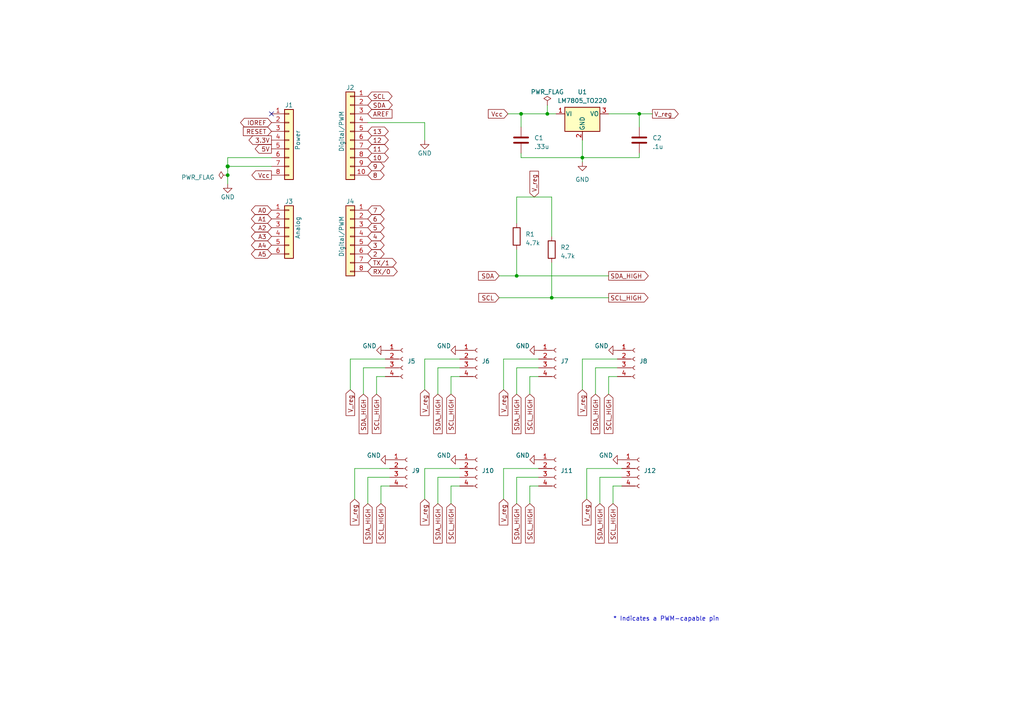
<source format=kicad_sch>
(kicad_sch (version 20230121) (generator eeschema)

  (uuid e63e39d7-6ac0-4ffd-8aa3-1841a4541b55)

  (paper "A4")

  (title_block
    (date "mar. 31 mars 2015")
  )

  (lib_symbols
    (symbol "Connector:Conn_01x04_Socket" (pin_names (offset 1.016) hide) (in_bom yes) (on_board yes)
      (property "Reference" "J" (at 0 5.08 0)
        (effects (font (size 1.27 1.27)))
      )
      (property "Value" "Conn_01x04_Socket" (at 0 -7.62 0)
        (effects (font (size 1.27 1.27)))
      )
      (property "Footprint" "" (at 0 0 0)
        (effects (font (size 1.27 1.27)) hide)
      )
      (property "Datasheet" "~" (at 0 0 0)
        (effects (font (size 1.27 1.27)) hide)
      )
      (property "ki_locked" "" (at 0 0 0)
        (effects (font (size 1.27 1.27)))
      )
      (property "ki_keywords" "connector" (at 0 0 0)
        (effects (font (size 1.27 1.27)) hide)
      )
      (property "ki_description" "Generic connector, single row, 01x04, script generated" (at 0 0 0)
        (effects (font (size 1.27 1.27)) hide)
      )
      (property "ki_fp_filters" "Connector*:*_1x??_*" (at 0 0 0)
        (effects (font (size 1.27 1.27)) hide)
      )
      (symbol "Conn_01x04_Socket_1_1"
        (arc (start 0 -4.572) (mid -0.5058 -5.08) (end 0 -5.588)
          (stroke (width 0.1524) (type default))
          (fill (type none))
        )
        (arc (start 0 -2.032) (mid -0.5058 -2.54) (end 0 -3.048)
          (stroke (width 0.1524) (type default))
          (fill (type none))
        )
        (polyline
          (pts
            (xy -1.27 -5.08)
            (xy -0.508 -5.08)
          )
          (stroke (width 0.1524) (type default))
          (fill (type none))
        )
        (polyline
          (pts
            (xy -1.27 -2.54)
            (xy -0.508 -2.54)
          )
          (stroke (width 0.1524) (type default))
          (fill (type none))
        )
        (polyline
          (pts
            (xy -1.27 0)
            (xy -0.508 0)
          )
          (stroke (width 0.1524) (type default))
          (fill (type none))
        )
        (polyline
          (pts
            (xy -1.27 2.54)
            (xy -0.508 2.54)
          )
          (stroke (width 0.1524) (type default))
          (fill (type none))
        )
        (arc (start 0 0.508) (mid -0.5058 0) (end 0 -0.508)
          (stroke (width 0.1524) (type default))
          (fill (type none))
        )
        (arc (start 0 3.048) (mid -0.5058 2.54) (end 0 2.032)
          (stroke (width 0.1524) (type default))
          (fill (type none))
        )
        (pin passive line (at -5.08 2.54 0) (length 3.81)
          (name "Pin_1" (effects (font (size 1.27 1.27))))
          (number "1" (effects (font (size 1.27 1.27))))
        )
        (pin passive line (at -5.08 0 0) (length 3.81)
          (name "Pin_2" (effects (font (size 1.27 1.27))))
          (number "2" (effects (font (size 1.27 1.27))))
        )
        (pin passive line (at -5.08 -2.54 0) (length 3.81)
          (name "Pin_3" (effects (font (size 1.27 1.27))))
          (number "3" (effects (font (size 1.27 1.27))))
        )
        (pin passive line (at -5.08 -5.08 0) (length 3.81)
          (name "Pin_4" (effects (font (size 1.27 1.27))))
          (number "4" (effects (font (size 1.27 1.27))))
        )
      )
    )
    (symbol "Connector_Generic:Conn_01x06" (pin_names (offset 1.016) hide) (in_bom yes) (on_board yes)
      (property "Reference" "J" (at 0 7.62 0)
        (effects (font (size 1.27 1.27)))
      )
      (property "Value" "Conn_01x06" (at 0 -10.16 0)
        (effects (font (size 1.27 1.27)))
      )
      (property "Footprint" "" (at 0 0 0)
        (effects (font (size 1.27 1.27)) hide)
      )
      (property "Datasheet" "~" (at 0 0 0)
        (effects (font (size 1.27 1.27)) hide)
      )
      (property "ki_keywords" "connector" (at 0 0 0)
        (effects (font (size 1.27 1.27)) hide)
      )
      (property "ki_description" "Generic connector, single row, 01x06, script generated (kicad-library-utils/schlib/autogen/connector/)" (at 0 0 0)
        (effects (font (size 1.27 1.27)) hide)
      )
      (property "ki_fp_filters" "Connector*:*_1x??_*" (at 0 0 0)
        (effects (font (size 1.27 1.27)) hide)
      )
      (symbol "Conn_01x06_1_1"
        (rectangle (start -1.27 -7.493) (end 0 -7.747)
          (stroke (width 0.1524) (type default))
          (fill (type none))
        )
        (rectangle (start -1.27 -4.953) (end 0 -5.207)
          (stroke (width 0.1524) (type default))
          (fill (type none))
        )
        (rectangle (start -1.27 -2.413) (end 0 -2.667)
          (stroke (width 0.1524) (type default))
          (fill (type none))
        )
        (rectangle (start -1.27 0.127) (end 0 -0.127)
          (stroke (width 0.1524) (type default))
          (fill (type none))
        )
        (rectangle (start -1.27 2.667) (end 0 2.413)
          (stroke (width 0.1524) (type default))
          (fill (type none))
        )
        (rectangle (start -1.27 5.207) (end 0 4.953)
          (stroke (width 0.1524) (type default))
          (fill (type none))
        )
        (rectangle (start -1.27 6.35) (end 1.27 -8.89)
          (stroke (width 0.254) (type default))
          (fill (type background))
        )
        (pin passive line (at -5.08 5.08 0) (length 3.81)
          (name "Pin_1" (effects (font (size 1.27 1.27))))
          (number "1" (effects (font (size 1.27 1.27))))
        )
        (pin passive line (at -5.08 2.54 0) (length 3.81)
          (name "Pin_2" (effects (font (size 1.27 1.27))))
          (number "2" (effects (font (size 1.27 1.27))))
        )
        (pin passive line (at -5.08 0 0) (length 3.81)
          (name "Pin_3" (effects (font (size 1.27 1.27))))
          (number "3" (effects (font (size 1.27 1.27))))
        )
        (pin passive line (at -5.08 -2.54 0) (length 3.81)
          (name "Pin_4" (effects (font (size 1.27 1.27))))
          (number "4" (effects (font (size 1.27 1.27))))
        )
        (pin passive line (at -5.08 -5.08 0) (length 3.81)
          (name "Pin_5" (effects (font (size 1.27 1.27))))
          (number "5" (effects (font (size 1.27 1.27))))
        )
        (pin passive line (at -5.08 -7.62 0) (length 3.81)
          (name "Pin_6" (effects (font (size 1.27 1.27))))
          (number "6" (effects (font (size 1.27 1.27))))
        )
      )
    )
    (symbol "Connector_Generic:Conn_01x08" (pin_names (offset 1.016) hide) (in_bom yes) (on_board yes)
      (property "Reference" "J" (at 0 10.16 0)
        (effects (font (size 1.27 1.27)))
      )
      (property "Value" "Conn_01x08" (at 0 -12.7 0)
        (effects (font (size 1.27 1.27)))
      )
      (property "Footprint" "" (at 0 0 0)
        (effects (font (size 1.27 1.27)) hide)
      )
      (property "Datasheet" "~" (at 0 0 0)
        (effects (font (size 1.27 1.27)) hide)
      )
      (property "ki_keywords" "connector" (at 0 0 0)
        (effects (font (size 1.27 1.27)) hide)
      )
      (property "ki_description" "Generic connector, single row, 01x08, script generated (kicad-library-utils/schlib/autogen/connector/)" (at 0 0 0)
        (effects (font (size 1.27 1.27)) hide)
      )
      (property "ki_fp_filters" "Connector*:*_1x??_*" (at 0 0 0)
        (effects (font (size 1.27 1.27)) hide)
      )
      (symbol "Conn_01x08_1_1"
        (rectangle (start -1.27 -10.033) (end 0 -10.287)
          (stroke (width 0.1524) (type default))
          (fill (type none))
        )
        (rectangle (start -1.27 -7.493) (end 0 -7.747)
          (stroke (width 0.1524) (type default))
          (fill (type none))
        )
        (rectangle (start -1.27 -4.953) (end 0 -5.207)
          (stroke (width 0.1524) (type default))
          (fill (type none))
        )
        (rectangle (start -1.27 -2.413) (end 0 -2.667)
          (stroke (width 0.1524) (type default))
          (fill (type none))
        )
        (rectangle (start -1.27 0.127) (end 0 -0.127)
          (stroke (width 0.1524) (type default))
          (fill (type none))
        )
        (rectangle (start -1.27 2.667) (end 0 2.413)
          (stroke (width 0.1524) (type default))
          (fill (type none))
        )
        (rectangle (start -1.27 5.207) (end 0 4.953)
          (stroke (width 0.1524) (type default))
          (fill (type none))
        )
        (rectangle (start -1.27 7.747) (end 0 7.493)
          (stroke (width 0.1524) (type default))
          (fill (type none))
        )
        (rectangle (start -1.27 8.89) (end 1.27 -11.43)
          (stroke (width 0.254) (type default))
          (fill (type background))
        )
        (pin passive line (at -5.08 7.62 0) (length 3.81)
          (name "Pin_1" (effects (font (size 1.27 1.27))))
          (number "1" (effects (font (size 1.27 1.27))))
        )
        (pin passive line (at -5.08 5.08 0) (length 3.81)
          (name "Pin_2" (effects (font (size 1.27 1.27))))
          (number "2" (effects (font (size 1.27 1.27))))
        )
        (pin passive line (at -5.08 2.54 0) (length 3.81)
          (name "Pin_3" (effects (font (size 1.27 1.27))))
          (number "3" (effects (font (size 1.27 1.27))))
        )
        (pin passive line (at -5.08 0 0) (length 3.81)
          (name "Pin_4" (effects (font (size 1.27 1.27))))
          (number "4" (effects (font (size 1.27 1.27))))
        )
        (pin passive line (at -5.08 -2.54 0) (length 3.81)
          (name "Pin_5" (effects (font (size 1.27 1.27))))
          (number "5" (effects (font (size 1.27 1.27))))
        )
        (pin passive line (at -5.08 -5.08 0) (length 3.81)
          (name "Pin_6" (effects (font (size 1.27 1.27))))
          (number "6" (effects (font (size 1.27 1.27))))
        )
        (pin passive line (at -5.08 -7.62 0) (length 3.81)
          (name "Pin_7" (effects (font (size 1.27 1.27))))
          (number "7" (effects (font (size 1.27 1.27))))
        )
        (pin passive line (at -5.08 -10.16 0) (length 3.81)
          (name "Pin_8" (effects (font (size 1.27 1.27))))
          (number "8" (effects (font (size 1.27 1.27))))
        )
      )
    )
    (symbol "Connector_Generic:Conn_01x10" (pin_names (offset 1.016) hide) (in_bom yes) (on_board yes)
      (property "Reference" "J" (at 0 12.7 0)
        (effects (font (size 1.27 1.27)))
      )
      (property "Value" "Conn_01x10" (at 0 -15.24 0)
        (effects (font (size 1.27 1.27)))
      )
      (property "Footprint" "" (at 0 0 0)
        (effects (font (size 1.27 1.27)) hide)
      )
      (property "Datasheet" "~" (at 0 0 0)
        (effects (font (size 1.27 1.27)) hide)
      )
      (property "ki_keywords" "connector" (at 0 0 0)
        (effects (font (size 1.27 1.27)) hide)
      )
      (property "ki_description" "Generic connector, single row, 01x10, script generated (kicad-library-utils/schlib/autogen/connector/)" (at 0 0 0)
        (effects (font (size 1.27 1.27)) hide)
      )
      (property "ki_fp_filters" "Connector*:*_1x??_*" (at 0 0 0)
        (effects (font (size 1.27 1.27)) hide)
      )
      (symbol "Conn_01x10_1_1"
        (rectangle (start -1.27 -12.573) (end 0 -12.827)
          (stroke (width 0.1524) (type default))
          (fill (type none))
        )
        (rectangle (start -1.27 -10.033) (end 0 -10.287)
          (stroke (width 0.1524) (type default))
          (fill (type none))
        )
        (rectangle (start -1.27 -7.493) (end 0 -7.747)
          (stroke (width 0.1524) (type default))
          (fill (type none))
        )
        (rectangle (start -1.27 -4.953) (end 0 -5.207)
          (stroke (width 0.1524) (type default))
          (fill (type none))
        )
        (rectangle (start -1.27 -2.413) (end 0 -2.667)
          (stroke (width 0.1524) (type default))
          (fill (type none))
        )
        (rectangle (start -1.27 0.127) (end 0 -0.127)
          (stroke (width 0.1524) (type default))
          (fill (type none))
        )
        (rectangle (start -1.27 2.667) (end 0 2.413)
          (stroke (width 0.1524) (type default))
          (fill (type none))
        )
        (rectangle (start -1.27 5.207) (end 0 4.953)
          (stroke (width 0.1524) (type default))
          (fill (type none))
        )
        (rectangle (start -1.27 7.747) (end 0 7.493)
          (stroke (width 0.1524) (type default))
          (fill (type none))
        )
        (rectangle (start -1.27 10.287) (end 0 10.033)
          (stroke (width 0.1524) (type default))
          (fill (type none))
        )
        (rectangle (start -1.27 11.43) (end 1.27 -13.97)
          (stroke (width 0.254) (type default))
          (fill (type background))
        )
        (pin passive line (at -5.08 10.16 0) (length 3.81)
          (name "Pin_1" (effects (font (size 1.27 1.27))))
          (number "1" (effects (font (size 1.27 1.27))))
        )
        (pin passive line (at -5.08 -12.7 0) (length 3.81)
          (name "Pin_10" (effects (font (size 1.27 1.27))))
          (number "10" (effects (font (size 1.27 1.27))))
        )
        (pin passive line (at -5.08 7.62 0) (length 3.81)
          (name "Pin_2" (effects (font (size 1.27 1.27))))
          (number "2" (effects (font (size 1.27 1.27))))
        )
        (pin passive line (at -5.08 5.08 0) (length 3.81)
          (name "Pin_3" (effects (font (size 1.27 1.27))))
          (number "3" (effects (font (size 1.27 1.27))))
        )
        (pin passive line (at -5.08 2.54 0) (length 3.81)
          (name "Pin_4" (effects (font (size 1.27 1.27))))
          (number "4" (effects (font (size 1.27 1.27))))
        )
        (pin passive line (at -5.08 0 0) (length 3.81)
          (name "Pin_5" (effects (font (size 1.27 1.27))))
          (number "5" (effects (font (size 1.27 1.27))))
        )
        (pin passive line (at -5.08 -2.54 0) (length 3.81)
          (name "Pin_6" (effects (font (size 1.27 1.27))))
          (number "6" (effects (font (size 1.27 1.27))))
        )
        (pin passive line (at -5.08 -5.08 0) (length 3.81)
          (name "Pin_7" (effects (font (size 1.27 1.27))))
          (number "7" (effects (font (size 1.27 1.27))))
        )
        (pin passive line (at -5.08 -7.62 0) (length 3.81)
          (name "Pin_8" (effects (font (size 1.27 1.27))))
          (number "8" (effects (font (size 1.27 1.27))))
        )
        (pin passive line (at -5.08 -10.16 0) (length 3.81)
          (name "Pin_9" (effects (font (size 1.27 1.27))))
          (number "9" (effects (font (size 1.27 1.27))))
        )
      )
    )
    (symbol "Device:C" (pin_numbers hide) (pin_names (offset 0.254)) (in_bom yes) (on_board yes)
      (property "Reference" "C" (at 0.635 2.54 0)
        (effects (font (size 1.27 1.27)) (justify left))
      )
      (property "Value" "C" (at 0.635 -2.54 0)
        (effects (font (size 1.27 1.27)) (justify left))
      )
      (property "Footprint" "" (at 0.9652 -3.81 0)
        (effects (font (size 1.27 1.27)) hide)
      )
      (property "Datasheet" "~" (at 0 0 0)
        (effects (font (size 1.27 1.27)) hide)
      )
      (property "ki_keywords" "cap capacitor" (at 0 0 0)
        (effects (font (size 1.27 1.27)) hide)
      )
      (property "ki_description" "Unpolarized capacitor" (at 0 0 0)
        (effects (font (size 1.27 1.27)) hide)
      )
      (property "ki_fp_filters" "C_*" (at 0 0 0)
        (effects (font (size 1.27 1.27)) hide)
      )
      (symbol "C_0_1"
        (polyline
          (pts
            (xy -2.032 -0.762)
            (xy 2.032 -0.762)
          )
          (stroke (width 0.508) (type default))
          (fill (type none))
        )
        (polyline
          (pts
            (xy -2.032 0.762)
            (xy 2.032 0.762)
          )
          (stroke (width 0.508) (type default))
          (fill (type none))
        )
      )
      (symbol "C_1_1"
        (pin passive line (at 0 3.81 270) (length 2.794)
          (name "~" (effects (font (size 1.27 1.27))))
          (number "1" (effects (font (size 1.27 1.27))))
        )
        (pin passive line (at 0 -3.81 90) (length 2.794)
          (name "~" (effects (font (size 1.27 1.27))))
          (number "2" (effects (font (size 1.27 1.27))))
        )
      )
    )
    (symbol "Device:R" (pin_numbers hide) (pin_names (offset 0)) (in_bom yes) (on_board yes)
      (property "Reference" "R" (at 2.032 0 90)
        (effects (font (size 1.27 1.27)))
      )
      (property "Value" "R" (at 0 0 90)
        (effects (font (size 1.27 1.27)))
      )
      (property "Footprint" "" (at -1.778 0 90)
        (effects (font (size 1.27 1.27)) hide)
      )
      (property "Datasheet" "~" (at 0 0 0)
        (effects (font (size 1.27 1.27)) hide)
      )
      (property "ki_keywords" "R res resistor" (at 0 0 0)
        (effects (font (size 1.27 1.27)) hide)
      )
      (property "ki_description" "Resistor" (at 0 0 0)
        (effects (font (size 1.27 1.27)) hide)
      )
      (property "ki_fp_filters" "R_*" (at 0 0 0)
        (effects (font (size 1.27 1.27)) hide)
      )
      (symbol "R_0_1"
        (rectangle (start -1.016 -2.54) (end 1.016 2.54)
          (stroke (width 0.254) (type default))
          (fill (type none))
        )
      )
      (symbol "R_1_1"
        (pin passive line (at 0 3.81 270) (length 1.27)
          (name "~" (effects (font (size 1.27 1.27))))
          (number "1" (effects (font (size 1.27 1.27))))
        )
        (pin passive line (at 0 -3.81 90) (length 1.27)
          (name "~" (effects (font (size 1.27 1.27))))
          (number "2" (effects (font (size 1.27 1.27))))
        )
      )
    )
    (symbol "Regulator_Linear:LM7805_TO220" (pin_names (offset 0.254)) (in_bom yes) (on_board yes)
      (property "Reference" "U" (at -3.81 3.175 0)
        (effects (font (size 1.27 1.27)))
      )
      (property "Value" "LM7805_TO220" (at 0 3.175 0)
        (effects (font (size 1.27 1.27)) (justify left))
      )
      (property "Footprint" "Package_TO_SOT_THT:TO-220-3_Vertical" (at 0 5.715 0)
        (effects (font (size 1.27 1.27) italic) hide)
      )
      (property "Datasheet" "https://www.onsemi.cn/PowerSolutions/document/MC7800-D.PDF" (at 0 -1.27 0)
        (effects (font (size 1.27 1.27)) hide)
      )
      (property "ki_keywords" "Voltage Regulator 1A Positive" (at 0 0 0)
        (effects (font (size 1.27 1.27)) hide)
      )
      (property "ki_description" "Positive 1A 35V Linear Regulator, Fixed Output 5V, TO-220" (at 0 0 0)
        (effects (font (size 1.27 1.27)) hide)
      )
      (property "ki_fp_filters" "TO?220*" (at 0 0 0)
        (effects (font (size 1.27 1.27)) hide)
      )
      (symbol "LM7805_TO220_0_1"
        (rectangle (start -5.08 1.905) (end 5.08 -5.08)
          (stroke (width 0.254) (type default))
          (fill (type background))
        )
      )
      (symbol "LM7805_TO220_1_1"
        (pin power_in line (at -7.62 0 0) (length 2.54)
          (name "VI" (effects (font (size 1.27 1.27))))
          (number "1" (effects (font (size 1.27 1.27))))
        )
        (pin power_in line (at 0 -7.62 90) (length 2.54)
          (name "GND" (effects (font (size 1.27 1.27))))
          (number "2" (effects (font (size 1.27 1.27))))
        )
        (pin power_out line (at 7.62 0 180) (length 2.54)
          (name "VO" (effects (font (size 1.27 1.27))))
          (number "3" (effects (font (size 1.27 1.27))))
        )
      )
    )
    (symbol "power:GND" (power) (pin_names (offset 0)) (in_bom yes) (on_board yes)
      (property "Reference" "#PWR" (at 0 -6.35 0)
        (effects (font (size 1.27 1.27)) hide)
      )
      (property "Value" "GND" (at 0 -3.81 0)
        (effects (font (size 1.27 1.27)))
      )
      (property "Footprint" "" (at 0 0 0)
        (effects (font (size 1.27 1.27)) hide)
      )
      (property "Datasheet" "" (at 0 0 0)
        (effects (font (size 1.27 1.27)) hide)
      )
      (property "ki_keywords" "power-flag" (at 0 0 0)
        (effects (font (size 1.27 1.27)) hide)
      )
      (property "ki_description" "Power symbol creates a global label with name \"GND\" , ground" (at 0 0 0)
        (effects (font (size 1.27 1.27)) hide)
      )
      (symbol "GND_0_1"
        (polyline
          (pts
            (xy 0 0)
            (xy 0 -1.27)
            (xy 1.27 -1.27)
            (xy 0 -2.54)
            (xy -1.27 -1.27)
            (xy 0 -1.27)
          )
          (stroke (width 0) (type default))
          (fill (type none))
        )
      )
      (symbol "GND_1_1"
        (pin power_in line (at 0 0 270) (length 0) hide
          (name "GND" (effects (font (size 1.27 1.27))))
          (number "1" (effects (font (size 1.27 1.27))))
        )
      )
    )
    (symbol "power:PWR_FLAG" (power) (pin_numbers hide) (pin_names (offset 0) hide) (in_bom yes) (on_board yes)
      (property "Reference" "#FLG" (at 0 1.905 0)
        (effects (font (size 1.27 1.27)) hide)
      )
      (property "Value" "PWR_FLAG" (at 0 3.81 0)
        (effects (font (size 1.27 1.27)))
      )
      (property "Footprint" "" (at 0 0 0)
        (effects (font (size 1.27 1.27)) hide)
      )
      (property "Datasheet" "~" (at 0 0 0)
        (effects (font (size 1.27 1.27)) hide)
      )
      (property "ki_keywords" "flag power" (at 0 0 0)
        (effects (font (size 1.27 1.27)) hide)
      )
      (property "ki_description" "Special symbol for telling ERC where power comes from" (at 0 0 0)
        (effects (font (size 1.27 1.27)) hide)
      )
      (symbol "PWR_FLAG_0_0"
        (pin power_out line (at 0 0 90) (length 0)
          (name "pwr" (effects (font (size 1.27 1.27))))
          (number "1" (effects (font (size 1.27 1.27))))
        )
      )
      (symbol "PWR_FLAG_0_1"
        (polyline
          (pts
            (xy 0 0)
            (xy 0 1.27)
            (xy -1.016 1.905)
            (xy 0 2.54)
            (xy 1.016 1.905)
            (xy 0 1.27)
          )
          (stroke (width 0) (type default))
          (fill (type none))
        )
      )
    )
  )


  (junction (at 185.42 33.02) (diameter 0) (color 0 0 0 0)
    (uuid 09fec856-a9a0-41c5-9972-3f5413e4174b)
  )
  (junction (at 158.75 33.02) (diameter 0) (color 0 0 0 0)
    (uuid 18bb7047-0acf-4402-9ffd-4dd202071f83)
  )
  (junction (at 160.02 86.36) (diameter 0) (color 0 0 0 0)
    (uuid 19f0aade-0857-4546-b2a1-4b677d405922)
  )
  (junction (at 66.04 48.26) (diameter 1.016) (color 0 0 0 0)
    (uuid 3dcc657b-55a1-48e0-9667-e01e7b6b08b5)
  )
  (junction (at 66.04 50.8) (diameter 0) (color 0 0 0 0)
    (uuid 5e29311d-adcb-48ed-8ab6-32e923d3556a)
  )
  (junction (at 149.86 80.01) (diameter 0) (color 0 0 0 0)
    (uuid 82a3075d-e319-460c-a0f2-cce5030a1318)
  )
  (junction (at 168.91 45.72) (diameter 0) (color 0 0 0 0)
    (uuid da1b15fc-4fb1-434e-bb06-a75cd076d761)
  )
  (junction (at 151.13 33.02) (diameter 0) (color 0 0 0 0)
    (uuid fd387d7c-febc-4173-a3f6-6b9259c02759)
  )

  (no_connect (at 78.74 33.02) (uuid d181157c-7812-47e5-a0cf-9580c905fc86))

  (wire (pts (xy 160.02 86.36) (xy 176.53 86.36))
    (stroke (width 0) (type default))
    (uuid 05a8af06-00b5-4ad9-9462-606eda1633a4)
  )
  (wire (pts (xy 147.32 33.02) (xy 151.13 33.02))
    (stroke (width 0) (type default))
    (uuid 0aab1796-2914-41db-8398-2417bf3b4960)
  )
  (wire (pts (xy 123.19 35.56) (xy 123.19 40.64))
    (stroke (width 0) (type default))
    (uuid 0b5f33ca-8e11-426a-9ab7-89768615a50d)
  )
  (wire (pts (xy 123.19 104.14) (xy 123.19 113.03))
    (stroke (width 0) (type default))
    (uuid 0c404933-0bf4-4e88-9865-c50ba5e89285)
  )
  (wire (pts (xy 149.86 80.01) (xy 176.53 80.01))
    (stroke (width 0) (type default))
    (uuid 0e98e4b1-f50b-4503-8589-dc005576a95a)
  )
  (wire (pts (xy 172.72 106.68) (xy 179.07 106.68))
    (stroke (width 0) (type default))
    (uuid 0ea0e0ae-6876-4d1a-b5c8-9224be1da53e)
  )
  (wire (pts (xy 130.81 146.05) (xy 130.81 140.97))
    (stroke (width 0) (type default))
    (uuid 14db002b-367d-48e5-811c-ab271b9acdf2)
  )
  (wire (pts (xy 66.04 50.8) (xy 66.04 53.34))
    (stroke (width 0) (type solid))
    (uuid 156ad1cb-1ea7-4334-adb6-7056a25c5ebf)
  )
  (wire (pts (xy 111.76 104.14) (xy 101.6 104.14))
    (stroke (width 0) (type default))
    (uuid 16b8aa38-10cb-4cca-ba6e-326d13501ae7)
  )
  (wire (pts (xy 113.03 135.89) (xy 102.87 135.89))
    (stroke (width 0) (type default))
    (uuid 16bded29-522b-4a9f-8749-3d2448a3e6f0)
  )
  (wire (pts (xy 185.42 44.45) (xy 185.42 45.72))
    (stroke (width 0) (type default))
    (uuid 19df27c5-922b-4d35-9a0a-2719d348c6c6)
  )
  (wire (pts (xy 66.04 45.72) (xy 66.04 48.26))
    (stroke (width 0) (type solid))
    (uuid 1c31b835-925f-4a5c-92df-8f2558bb711b)
  )
  (wire (pts (xy 180.34 135.89) (xy 170.18 135.89))
    (stroke (width 0) (type default))
    (uuid 206e728e-d873-4a70-a0ed-18eaa0402730)
  )
  (wire (pts (xy 105.41 106.68) (xy 111.76 106.68))
    (stroke (width 0) (type default))
    (uuid 211b0085-7e79-4524-ba48-fe4462d6131b)
  )
  (wire (pts (xy 185.42 33.02) (xy 189.23 33.02))
    (stroke (width 0) (type default))
    (uuid 21fa9978-a625-4c33-9f83-b98275853390)
  )
  (wire (pts (xy 123.19 135.89) (xy 123.19 144.78))
    (stroke (width 0) (type default))
    (uuid 2d576940-60b8-49ee-a370-3f4545376b3b)
  )
  (wire (pts (xy 66.04 48.26) (xy 66.04 50.8))
    (stroke (width 0) (type solid))
    (uuid 2df788b2-ce68-49bc-a497-4b6570a17f30)
  )
  (wire (pts (xy 144.78 80.01) (xy 149.86 80.01))
    (stroke (width 0) (type default))
    (uuid 30524d85-95e0-4ce5-b0f7-45c91b7ec166)
  )
  (wire (pts (xy 149.86 72.39) (xy 149.86 80.01))
    (stroke (width 0) (type default))
    (uuid 3070bff8-f0ce-4605-a819-f79bbb5f0974)
  )
  (wire (pts (xy 109.22 109.22) (xy 111.76 109.22))
    (stroke (width 0) (type default))
    (uuid 3a1cb79a-a28e-4908-b7c1-fd3c1d559872)
  )
  (wire (pts (xy 151.13 36.83) (xy 151.13 33.02))
    (stroke (width 0) (type default))
    (uuid 3c6a937c-dc26-4998-a233-bfd35b3b268c)
  )
  (wire (pts (xy 170.18 135.89) (xy 170.18 144.78))
    (stroke (width 0) (type default))
    (uuid 4026faa2-9ef4-4262-ad02-e9efae2b0f83)
  )
  (wire (pts (xy 177.8 146.05) (xy 177.8 140.97))
    (stroke (width 0) (type default))
    (uuid 4520cdad-e6ed-4c06-8ac5-2fd9480a92a8)
  )
  (wire (pts (xy 153.67 114.3) (xy 153.67 109.22))
    (stroke (width 0) (type default))
    (uuid 455329e4-039c-492f-9305-f0a5d7904b26)
  )
  (wire (pts (xy 179.07 104.14) (xy 168.91 104.14))
    (stroke (width 0) (type default))
    (uuid 4764be4b-f666-456a-ad36-2ff961a9b1ee)
  )
  (wire (pts (xy 149.86 106.68) (xy 156.21 106.68))
    (stroke (width 0) (type default))
    (uuid 4b9cf173-6bf3-431f-a691-1e4f44fd80ca)
  )
  (wire (pts (xy 106.68 35.56) (xy 123.19 35.56))
    (stroke (width 0) (type default))
    (uuid 4f74396f-2a4d-46bb-9ce1-484243bb4585)
  )
  (wire (pts (xy 146.05 104.14) (xy 146.05 113.03))
    (stroke (width 0) (type default))
    (uuid 54732d16-cda9-45e2-a99a-a41500c60586)
  )
  (wire (pts (xy 151.13 45.72) (xy 168.91 45.72))
    (stroke (width 0) (type default))
    (uuid 59118d38-fbef-4fc5-a790-59d85ed35e0f)
  )
  (wire (pts (xy 158.75 33.02) (xy 161.29 33.02))
    (stroke (width 0) (type default))
    (uuid 5a80953d-551a-4b68-8ebe-3382c112c0fa)
  )
  (wire (pts (xy 168.91 40.64) (xy 168.91 45.72))
    (stroke (width 0) (type default))
    (uuid 5b7e8380-e6c4-4915-ad91-85bf70b730fa)
  )
  (wire (pts (xy 149.86 57.15) (xy 160.02 57.15))
    (stroke (width 0) (type default))
    (uuid 5f4730a9-98e9-4900-8f88-c469eaded777)
  )
  (wire (pts (xy 160.02 57.15) (xy 160.02 68.58))
    (stroke (width 0) (type default))
    (uuid 69e6eff9-1383-446f-ba8b-c79d74544c6d)
  )
  (wire (pts (xy 168.91 45.72) (xy 168.91 46.99))
    (stroke (width 0) (type default))
    (uuid 6c2d6445-70cd-4615-9f4e-7aea36a3e9d9)
  )
  (wire (pts (xy 176.53 109.22) (xy 179.07 109.22))
    (stroke (width 0) (type default))
    (uuid 6c39a56e-cc6f-4460-a1a0-ab444a61cdee)
  )
  (wire (pts (xy 101.6 104.14) (xy 101.6 113.03))
    (stroke (width 0) (type default))
    (uuid 7565eed8-6bf7-47b9-ba40-f373cbb41742)
  )
  (wire (pts (xy 160.02 76.2) (xy 160.02 86.36))
    (stroke (width 0) (type default))
    (uuid 766d681c-a43f-4d95-a79f-7ed1e58a4644)
  )
  (wire (pts (xy 130.81 109.22) (xy 133.35 109.22))
    (stroke (width 0) (type default))
    (uuid 82312c2f-5251-436f-afcc-43d82a2445f4)
  )
  (wire (pts (xy 153.67 140.97) (xy 156.21 140.97))
    (stroke (width 0) (type default))
    (uuid 8ad51ce8-47ac-481b-b94f-d2b4ff867288)
  )
  (wire (pts (xy 177.8 140.97) (xy 180.34 140.97))
    (stroke (width 0) (type default))
    (uuid 9230d3f7-143f-4efd-9fba-b916dc67dfd6)
  )
  (wire (pts (xy 133.35 135.89) (xy 123.19 135.89))
    (stroke (width 0) (type default))
    (uuid 925c3cce-f1b4-4296-ac29-3eb274fb2eb8)
  )
  (wire (pts (xy 66.04 48.26) (xy 78.74 48.26))
    (stroke (width 0) (type solid))
    (uuid 97df9ac9-dbb8-472e-b84f-3684d0eb5efc)
  )
  (wire (pts (xy 110.49 146.05) (xy 110.49 140.97))
    (stroke (width 0) (type default))
    (uuid 99291f70-562a-4cac-a8d0-9fb5b70815c2)
  )
  (wire (pts (xy 127 146.05) (xy 127 138.43))
    (stroke (width 0) (type default))
    (uuid 9dbc2f44-70d1-4a29-b738-e2ba4f798e25)
  )
  (wire (pts (xy 127 138.43) (xy 133.35 138.43))
    (stroke (width 0) (type default))
    (uuid a3437c30-7ad0-4eb3-b081-a5b75d960d3b)
  )
  (wire (pts (xy 149.86 114.3) (xy 149.86 106.68))
    (stroke (width 0) (type default))
    (uuid a3a15420-3f40-4124-bc85-9bd6235bad46)
  )
  (wire (pts (xy 153.67 146.05) (xy 153.67 140.97))
    (stroke (width 0) (type default))
    (uuid a7a08448-3a97-460c-9443-bf6883016ba7)
  )
  (wire (pts (xy 105.41 114.3) (xy 105.41 106.68))
    (stroke (width 0) (type default))
    (uuid ad9f027f-3d73-4e7b-9580-479c910aef1a)
  )
  (wire (pts (xy 102.87 135.89) (xy 102.87 144.78))
    (stroke (width 0) (type default))
    (uuid af3f1b4e-bd82-4858-915b-6e753dab616f)
  )
  (wire (pts (xy 130.81 114.3) (xy 130.81 109.22))
    (stroke (width 0) (type default))
    (uuid af66be33-5c79-4a59-b33b-84568d2b709b)
  )
  (wire (pts (xy 109.22 114.3) (xy 109.22 109.22))
    (stroke (width 0) (type default))
    (uuid b1ea8e99-156e-481f-9a6f-2c07d60c0dac)
  )
  (wire (pts (xy 127 106.68) (xy 133.35 106.68))
    (stroke (width 0) (type default))
    (uuid b3217fde-4399-4c84-b855-fefdb6f5fb7a)
  )
  (wire (pts (xy 110.49 140.97) (xy 113.03 140.97))
    (stroke (width 0) (type default))
    (uuid b64bec54-3b58-4e87-8e81-a35453936cd1)
  )
  (wire (pts (xy 156.21 104.14) (xy 146.05 104.14))
    (stroke (width 0) (type default))
    (uuid bbdfc7dd-da83-4e21-9070-6a6b0977eaf4)
  )
  (wire (pts (xy 133.35 104.14) (xy 123.19 104.14))
    (stroke (width 0) (type default))
    (uuid bd286398-2710-4b96-b3c5-0db4a2385f6b)
  )
  (wire (pts (xy 66.04 45.72) (xy 78.74 45.72))
    (stroke (width 0) (type solid))
    (uuid c12796ad-cf20-466f-9ab3-9cf441392c32)
  )
  (wire (pts (xy 185.42 33.02) (xy 185.42 36.83))
    (stroke (width 0) (type default))
    (uuid c1810da5-e40e-4257-8cb7-e0ffcc6e2049)
  )
  (wire (pts (xy 130.81 140.97) (xy 133.35 140.97))
    (stroke (width 0) (type default))
    (uuid c45929bd-7f26-4572-b893-9bcc9cf6fc08)
  )
  (wire (pts (xy 172.72 114.3) (xy 172.72 106.68))
    (stroke (width 0) (type default))
    (uuid c53c682d-9659-4959-8e50-1c84ea889ae6)
  )
  (wire (pts (xy 168.91 45.72) (xy 185.42 45.72))
    (stroke (width 0) (type default))
    (uuid ccfabb84-6d7b-447c-9512-e4f4708d6068)
  )
  (wire (pts (xy 151.13 33.02) (xy 158.75 33.02))
    (stroke (width 0) (type default))
    (uuid d08dd708-1ff1-46f7-a30c-cd46bc880358)
  )
  (wire (pts (xy 149.86 138.43) (xy 156.21 138.43))
    (stroke (width 0) (type default))
    (uuid d199f142-7eb6-4384-ad51-9346c68bcb6b)
  )
  (wire (pts (xy 176.53 114.3) (xy 176.53 109.22))
    (stroke (width 0) (type default))
    (uuid d5904af7-0aa7-4b76-8d04-2b387a74bbfd)
  )
  (wire (pts (xy 156.21 135.89) (xy 146.05 135.89))
    (stroke (width 0) (type default))
    (uuid d671713f-1570-4faf-8045-c919de614467)
  )
  (wire (pts (xy 151.13 44.45) (xy 151.13 45.72))
    (stroke (width 0) (type default))
    (uuid da89e486-bc9a-4274-94a1-91ea3681a949)
  )
  (wire (pts (xy 173.99 146.05) (xy 173.99 138.43))
    (stroke (width 0) (type default))
    (uuid dc0f7498-c42a-4f65-9d63-60b4e415b7cc)
  )
  (wire (pts (xy 153.67 109.22) (xy 156.21 109.22))
    (stroke (width 0) (type default))
    (uuid dd2f3728-3fe9-440a-9237-88c85ff245b9)
  )
  (wire (pts (xy 144.78 86.36) (xy 160.02 86.36))
    (stroke (width 0) (type default))
    (uuid e6156dfa-9e15-4b86-a28a-7f75fffbd7b5)
  )
  (wire (pts (xy 173.99 138.43) (xy 180.34 138.43))
    (stroke (width 0) (type default))
    (uuid e6e84f5e-98a6-4f47-8302-850550fc62f8)
  )
  (wire (pts (xy 168.91 104.14) (xy 168.91 113.03))
    (stroke (width 0) (type default))
    (uuid e77da526-583a-4243-8cd5-d8c42a2d7221)
  )
  (wire (pts (xy 149.86 146.05) (xy 149.86 138.43))
    (stroke (width 0) (type default))
    (uuid e99833a1-506a-4ff4-b0da-58cbbc3fc5e8)
  )
  (wire (pts (xy 106.68 138.43) (xy 113.03 138.43))
    (stroke (width 0) (type default))
    (uuid f0296aab-33a7-4a49-90fe-b812a8509173)
  )
  (wire (pts (xy 146.05 135.89) (xy 146.05 144.78))
    (stroke (width 0) (type default))
    (uuid f033cb73-335e-4c5e-ba9d-f46ebedd2172)
  )
  (wire (pts (xy 149.86 57.15) (xy 149.86 64.77))
    (stroke (width 0) (type default))
    (uuid f475601d-a4ab-4790-810b-af8f6c99cb49)
  )
  (wire (pts (xy 127 114.3) (xy 127 106.68))
    (stroke (width 0) (type default))
    (uuid f690d326-f083-480d-8894-6ec4b93a4fcc)
  )
  (wire (pts (xy 106.68 146.05) (xy 106.68 138.43))
    (stroke (width 0) (type default))
    (uuid f7caf491-9315-4908-be63-ef0be689506c)
  )
  (wire (pts (xy 185.42 33.02) (xy 176.53 33.02))
    (stroke (width 0) (type default))
    (uuid fc758cc5-6c3f-4d30-b943-8eeb5ca67217)
  )
  (wire (pts (xy 158.75 30.48) (xy 158.75 33.02))
    (stroke (width 0) (type default))
    (uuid fd152b72-2683-4b38-b49e-74d4f773436b)
  )

  (text "* Indicates a PWM-capable pin" (at 177.8 180.34 0)
    (effects (font (size 1.27 1.27)) (justify left bottom))
    (uuid c364973a-9a67-4667-8185-a3a5c6c6cbdf)
  )

  (global_label "SDA_HIGH" (shape input) (at 127 114.3 270) (fields_autoplaced)
    (effects (font (size 1.27 1.27)) (justify right))
    (uuid 0231cae4-9c76-4de1-8f66-a800b9e780c0)
    (property "Intersheetrefs" "${INTERSHEET_REFS}" (at 127 126.3724 90)
      (effects (font (size 1.27 1.27)) (justify right) hide)
    )
  )
  (global_label "V_reg" (shape input) (at 146.05 113.03 270) (fields_autoplaced)
    (effects (font (size 1.27 1.27)) (justify right))
    (uuid 05741c25-51de-44ed-8dd2-87e82e06aa7a)
    (property "Intersheetrefs" "${INTERSHEET_REFS}" (at 146.05 121.1109 90)
      (effects (font (size 1.27 1.27)) (justify right) hide)
    )
  )
  (global_label "SDA_HIGH" (shape input) (at 105.41 114.3 270) (fields_autoplaced)
    (effects (font (size 1.27 1.27)) (justify right))
    (uuid 0de74980-e952-46a0-80e2-c6c0c344691e)
    (property "Intersheetrefs" "${INTERSHEET_REFS}" (at 105.41 126.3724 90)
      (effects (font (size 1.27 1.27)) (justify right) hide)
    )
  )
  (global_label "TX{slash}1" (shape bidirectional) (at 106.68 76.2 0) (fields_autoplaced)
    (effects (font (size 1.27 1.27)) (justify left))
    (uuid 0efe1810-1281-48b8-9891-1ab59885f291)
    (property "Intersheetrefs" "${INTERSHEET_REFS}" (at 115.414 76.2 0)
      (effects (font (size 1.27 1.27)) (justify left) hide)
    )
  )
  (global_label "SCL_HIGH" (shape output) (at 176.53 86.36 0) (fields_autoplaced)
    (effects (font (size 1.27 1.27)) (justify left))
    (uuid 10f21c01-b8b4-4be9-a38f-04c5ab837cb8)
    (property "Intersheetrefs" "${INTERSHEET_REFS}" (at 188.5419 86.36 0)
      (effects (font (size 1.27 1.27)) (justify left) hide)
    )
  )
  (global_label "SCL" (shape input) (at 144.78 86.36 180) (fields_autoplaced)
    (effects (font (size 1.27 1.27)) (justify right))
    (uuid 158f7793-98c4-4482-bb19-d954aa9dfc85)
    (property "Intersheetrefs" "${INTERSHEET_REFS}" (at 138.2715 86.36 0)
      (effects (font (size 1.27 1.27)) (justify right) hide)
    )
  )
  (global_label "5V" (shape output) (at 78.74 43.18 180) (fields_autoplaced)
    (effects (font (size 1.27 1.27)) (justify right))
    (uuid 17bc1a39-4023-429a-97d7-2d5da1b5d5c5)
    (property "Intersheetrefs" "${INTERSHEET_REFS}" (at 73.441 43.18 0)
      (effects (font (size 1.27 1.27)) (justify right) hide)
    )
  )
  (global_label "SDA_HIGH" (shape input) (at 172.72 114.3 270) (fields_autoplaced)
    (effects (font (size 1.27 1.27)) (justify right))
    (uuid 1a40debd-b126-4fda-a85c-a134f3ccf761)
    (property "Intersheetrefs" "${INTERSHEET_REFS}" (at 172.72 126.3724 90)
      (effects (font (size 1.27 1.27)) (justify right) hide)
    )
  )
  (global_label "6" (shape bidirectional) (at 106.68 63.5 0) (fields_autoplaced)
    (effects (font (size 1.27 1.27)) (justify left))
    (uuid 246678e3-3173-4806-b530-b947183def84)
    (property "Intersheetrefs" "${INTERSHEET_REFS}" (at 111.9064 63.5 0)
      (effects (font (size 1.27 1.27)) (justify left) hide)
    )
  )
  (global_label "A5" (shape bidirectional) (at 78.74 73.66 180) (fields_autoplaced)
    (effects (font (size 1.27 1.27)) (justify right))
    (uuid 248e0c42-3251-4d9c-9bb2-fc39acc123ce)
    (property "Intersheetrefs" "${INTERSHEET_REFS}" (at 72.425 73.66 0)
      (effects (font (size 1.27 1.27)) (justify right) hide)
    )
  )
  (global_label "V_reg" (shape input) (at 123.19 113.03 270) (fields_autoplaced)
    (effects (font (size 1.27 1.27)) (justify right))
    (uuid 2f13a46e-037f-47be-8ac7-c335c4c68bfa)
    (property "Intersheetrefs" "${INTERSHEET_REFS}" (at 123.19 121.1109 90)
      (effects (font (size 1.27 1.27)) (justify right) hide)
    )
  )
  (global_label "SDA_HIGH" (shape input) (at 149.86 146.05 270) (fields_autoplaced)
    (effects (font (size 1.27 1.27)) (justify right))
    (uuid 3910cbc1-9b22-4450-a288-cc591ced9a49)
    (property "Intersheetrefs" "${INTERSHEET_REFS}" (at 149.86 158.1224 90)
      (effects (font (size 1.27 1.27)) (justify right) hide)
    )
  )
  (global_label "Vcc" (shape output) (at 78.74 50.8 180) (fields_autoplaced)
    (effects (font (size 1.27 1.27)) (justify right))
    (uuid 3f45adc4-5226-49d6-9e2d-faa5ea9298cf)
    (property "Intersheetrefs" "${INTERSHEET_REFS}" (at 72.4733 50.8 0)
      (effects (font (size 1.27 1.27)) (justify right) hide)
    )
  )
  (global_label "V_reg" (shape input) (at 154.94 57.15 90) (fields_autoplaced)
    (effects (font (size 1.27 1.27)) (justify left))
    (uuid 3f645c39-cbcf-4b7d-9703-98b1db5794b7)
    (property "Intersheetrefs" "${INTERSHEET_REFS}" (at 154.94 49.0691 90)
      (effects (font (size 1.27 1.27)) (justify left) hide)
    )
  )
  (global_label "SCL_HIGH" (shape input) (at 130.81 146.05 270) (fields_autoplaced)
    (effects (font (size 1.27 1.27)) (justify right))
    (uuid 4055467b-9702-4e2d-9314-4234ccd80faf)
    (property "Intersheetrefs" "${INTERSHEET_REFS}" (at 130.81 158.0619 90)
      (effects (font (size 1.27 1.27)) (justify right) hide)
    )
  )
  (global_label "9" (shape bidirectional) (at 106.68 48.26 0) (fields_autoplaced)
    (effects (font (size 1.27 1.27)) (justify left))
    (uuid 41479e51-e3e1-48bf-8c99-b35e0242db61)
    (property "Intersheetrefs" "${INTERSHEET_REFS}" (at 111.9064 48.26 0)
      (effects (font (size 1.27 1.27)) (justify left) hide)
    )
  )
  (global_label "13" (shape bidirectional) (at 106.68 38.1 0) (fields_autoplaced)
    (effects (font (size 1.27 1.27)) (justify left))
    (uuid 4d508913-58b6-48d1-af15-58fbfa779127)
    (property "Intersheetrefs" "${INTERSHEET_REFS}" (at 113.1159 38.1 0)
      (effects (font (size 1.27 1.27)) (justify left) hide)
    )
  )
  (global_label "A4" (shape bidirectional) (at 78.74 71.12 180) (fields_autoplaced)
    (effects (font (size 1.27 1.27)) (justify right))
    (uuid 54510138-e4a6-4bbc-8868-776a4ee24dbd)
    (property "Intersheetrefs" "${INTERSHEET_REFS}" (at 72.425 71.12 0)
      (effects (font (size 1.27 1.27)) (justify right) hide)
    )
  )
  (global_label "IOREF" (shape bidirectional) (at 78.74 35.56 180) (fields_autoplaced)
    (effects (font (size 1.27 1.27)) (justify right))
    (uuid 56092155-3c10-4420-8576-5749f6ccf9a4)
    (property "Intersheetrefs" "${INTERSHEET_REFS}" (at 69.2802 35.56 0)
      (effects (font (size 1.27 1.27)) (justify right) hide)
    )
  )
  (global_label "11" (shape bidirectional) (at 106.68 43.18 0) (fields_autoplaced)
    (effects (font (size 1.27 1.27)) (justify left))
    (uuid 589d69b0-632a-471a-bcfa-97f7982ff90a)
    (property "Intersheetrefs" "${INTERSHEET_REFS}" (at 113.1159 43.18 0)
      (effects (font (size 1.27 1.27)) (justify left) hide)
    )
  )
  (global_label "A2" (shape bidirectional) (at 78.74 66.04 180) (fields_autoplaced)
    (effects (font (size 1.27 1.27)) (justify right))
    (uuid 5e4b7e13-2409-4848-855c-48aa98ac9834)
    (property "Intersheetrefs" "${INTERSHEET_REFS}" (at 72.425 66.04 0)
      (effects (font (size 1.27 1.27)) (justify right) hide)
    )
  )
  (global_label "V_reg" (shape input) (at 170.18 144.78 270) (fields_autoplaced)
    (effects (font (size 1.27 1.27)) (justify right))
    (uuid 6208df20-ce2f-4370-afa2-1d8fa1388c69)
    (property "Intersheetrefs" "${INTERSHEET_REFS}" (at 170.18 152.8609 90)
      (effects (font (size 1.27 1.27)) (justify right) hide)
    )
  )
  (global_label "Vcc" (shape input) (at 147.32 33.02 180) (fields_autoplaced)
    (effects (font (size 1.27 1.27)) (justify right))
    (uuid 62830dd7-4682-48e7-8ae3-b26de0ea581e)
    (property "Intersheetrefs" "${INTERSHEET_REFS}" (at 141.0533 33.02 0)
      (effects (font (size 1.27 1.27)) (justify right) hide)
    )
  )
  (global_label "V_reg" (shape input) (at 146.05 144.78 270) (fields_autoplaced)
    (effects (font (size 1.27 1.27)) (justify right))
    (uuid 64bda120-b691-4636-96f7-8024728a522f)
    (property "Intersheetrefs" "${INTERSHEET_REFS}" (at 146.05 152.8609 90)
      (effects (font (size 1.27 1.27)) (justify right) hide)
    )
  )
  (global_label "SDA_HIGH" (shape input) (at 127 146.05 270) (fields_autoplaced)
    (effects (font (size 1.27 1.27)) (justify right))
    (uuid 68002efa-c1e1-4765-89e9-6e407e8f1b99)
    (property "Intersheetrefs" "${INTERSHEET_REFS}" (at 127 158.1224 90)
      (effects (font (size 1.27 1.27)) (justify right) hide)
    )
  )
  (global_label "V_reg" (shape input) (at 123.19 144.78 270) (fields_autoplaced)
    (effects (font (size 1.27 1.27)) (justify right))
    (uuid 6c833f9f-dd85-4d63-88df-b9b0067ffad4)
    (property "Intersheetrefs" "${INTERSHEET_REFS}" (at 123.19 152.8609 90)
      (effects (font (size 1.27 1.27)) (justify right) hide)
    )
  )
  (global_label "SCL_HIGH" (shape input) (at 153.67 114.3 270) (fields_autoplaced)
    (effects (font (size 1.27 1.27)) (justify right))
    (uuid 76a2068f-60d0-47e5-b101-f6e04fed3897)
    (property "Intersheetrefs" "${INTERSHEET_REFS}" (at 153.67 126.3119 90)
      (effects (font (size 1.27 1.27)) (justify right) hide)
    )
  )
  (global_label "V_reg" (shape input) (at 102.87 144.78 270) (fields_autoplaced)
    (effects (font (size 1.27 1.27)) (justify right))
    (uuid 7a45475b-a9e8-42e8-864c-b02146aaa30c)
    (property "Intersheetrefs" "${INTERSHEET_REFS}" (at 102.87 152.8609 90)
      (effects (font (size 1.27 1.27)) (justify right) hide)
    )
  )
  (global_label "SCL_HIGH" (shape input) (at 110.49 146.05 270) (fields_autoplaced)
    (effects (font (size 1.27 1.27)) (justify right))
    (uuid 7b31c5bd-f264-4d72-a092-9f5068cce2de)
    (property "Intersheetrefs" "${INTERSHEET_REFS}" (at 110.49 158.0619 90)
      (effects (font (size 1.27 1.27)) (justify right) hide)
    )
  )
  (global_label "V_reg" (shape input) (at 101.6 113.03 270) (fields_autoplaced)
    (effects (font (size 1.27 1.27)) (justify right))
    (uuid 7bbf703b-db65-4d58-9919-4d94693b5fc0)
    (property "Intersheetrefs" "${INTERSHEET_REFS}" (at 101.6 121.1109 90)
      (effects (font (size 1.27 1.27)) (justify right) hide)
    )
  )
  (global_label "SCL_HIGH" (shape input) (at 177.8 146.05 270) (fields_autoplaced)
    (effects (font (size 1.27 1.27)) (justify right))
    (uuid 8901dbe1-a02b-4cda-8a4c-c8ff08451be3)
    (property "Intersheetrefs" "${INTERSHEET_REFS}" (at 177.8 158.0619 90)
      (effects (font (size 1.27 1.27)) (justify right) hide)
    )
  )
  (global_label "SCL_HIGH" (shape input) (at 109.22 114.3 270) (fields_autoplaced)
    (effects (font (size 1.27 1.27)) (justify right))
    (uuid 8a4355bb-a538-4609-a4b5-3207084a5041)
    (property "Intersheetrefs" "${INTERSHEET_REFS}" (at 109.22 126.3119 90)
      (effects (font (size 1.27 1.27)) (justify right) hide)
    )
  )
  (global_label "SDA" (shape bidirectional) (at 106.68 30.48 0) (fields_autoplaced)
    (effects (font (size 1.27 1.27)) (justify left))
    (uuid 8ea1e95e-3d6c-44ee-99d0-beb9ab0f4408)
    (property "Intersheetrefs" "${INTERSHEET_REFS}" (at 114.265 30.48 0)
      (effects (font (size 1.27 1.27)) (justify left) hide)
    )
  )
  (global_label "3" (shape bidirectional) (at 106.68 71.12 0) (fields_autoplaced)
    (effects (font (size 1.27 1.27)) (justify left))
    (uuid 9266babf-7e31-4741-86c9-fc076ea2a31e)
    (property "Intersheetrefs" "${INTERSHEET_REFS}" (at 111.9064 71.12 0)
      (effects (font (size 1.27 1.27)) (justify left) hide)
    )
  )
  (global_label "SDA_HIGH" (shape input) (at 106.68 146.05 270) (fields_autoplaced)
    (effects (font (size 1.27 1.27)) (justify right))
    (uuid a0006c59-a11a-4a84-9c06-fe42c91c410f)
    (property "Intersheetrefs" "${INTERSHEET_REFS}" (at 106.68 158.1224 90)
      (effects (font (size 1.27 1.27)) (justify right) hide)
    )
  )
  (global_label "RESET" (shape input) (at 78.74 38.1 180) (fields_autoplaced)
    (effects (font (size 1.27 1.27)) (justify right))
    (uuid a1eb7d0f-ded7-4d52-9517-c3eae9f6d869)
    (property "Intersheetrefs" "${INTERSHEET_REFS}" (at 69.994 38.1 0)
      (effects (font (size 1.27 1.27)) (justify right) hide)
    )
  )
  (global_label "V_reg" (shape output) (at 189.23 33.02 0) (fields_autoplaced)
    (effects (font (size 1.27 1.27)) (justify left))
    (uuid a3f1aa71-c4c6-4346-b7e6-f8fbfeaa0fe3)
    (property "Intersheetrefs" "${INTERSHEET_REFS}" (at 197.3109 33.02 0)
      (effects (font (size 1.27 1.27)) (justify left) hide)
    )
  )
  (global_label "SDA" (shape input) (at 144.78 80.01 180) (fields_autoplaced)
    (effects (font (size 1.27 1.27)) (justify right))
    (uuid b287761b-5762-413a-aebb-70dedad6da75)
    (property "Intersheetrefs" "${INTERSHEET_REFS}" (at 138.211 80.01 0)
      (effects (font (size 1.27 1.27)) (justify right) hide)
    )
  )
  (global_label "2" (shape bidirectional) (at 106.68 73.66 0) (fields_autoplaced)
    (effects (font (size 1.27 1.27)) (justify left))
    (uuid ba851a1d-549f-43f8-9d2a-fcda40191758)
    (property "Intersheetrefs" "${INTERSHEET_REFS}" (at 111.9064 73.66 0)
      (effects (font (size 1.27 1.27)) (justify left) hide)
    )
  )
  (global_label "V_reg" (shape input) (at 168.91 113.03 270) (fields_autoplaced)
    (effects (font (size 1.27 1.27)) (justify right))
    (uuid c081def9-f4a8-4929-ae88-2943b6ffdfda)
    (property "Intersheetrefs" "${INTERSHEET_REFS}" (at 168.91 121.1109 90)
      (effects (font (size 1.27 1.27)) (justify right) hide)
    )
  )
  (global_label "SCL_HIGH" (shape input) (at 176.53 114.3 270) (fields_autoplaced)
    (effects (font (size 1.27 1.27)) (justify right))
    (uuid c355a008-62f3-4427-906c-abde3809ddbd)
    (property "Intersheetrefs" "${INTERSHEET_REFS}" (at 176.53 126.3119 90)
      (effects (font (size 1.27 1.27)) (justify right) hide)
    )
  )
  (global_label "7" (shape bidirectional) (at 106.68 60.96 0) (fields_autoplaced)
    (effects (font (size 1.27 1.27)) (justify left))
    (uuid c6da9f2d-7e55-4a38-8400-001d9763f628)
    (property "Intersheetrefs" "${INTERSHEET_REFS}" (at 111.9064 60.96 0)
      (effects (font (size 1.27 1.27)) (justify left) hide)
    )
  )
  (global_label "A3" (shape bidirectional) (at 78.74 68.58 180) (fields_autoplaced)
    (effects (font (size 1.27 1.27)) (justify right))
    (uuid ca8d36d1-aa00-47b8-8c10-eaa5091133e1)
    (property "Intersheetrefs" "${INTERSHEET_REFS}" (at 72.425 68.58 0)
      (effects (font (size 1.27 1.27)) (justify right) hide)
    )
  )
  (global_label "10" (shape bidirectional) (at 106.68 45.72 0) (fields_autoplaced)
    (effects (font (size 1.27 1.27)) (justify left))
    (uuid d0d1aa21-72f8-4f0d-b00a-1fe20510c628)
    (property "Intersheetrefs" "${INTERSHEET_REFS}" (at 113.1159 45.72 0)
      (effects (font (size 1.27 1.27)) (justify left) hide)
    )
  )
  (global_label "SCL_HIGH" (shape input) (at 130.81 114.3 270) (fields_autoplaced)
    (effects (font (size 1.27 1.27)) (justify right))
    (uuid d18a5bc6-9917-4615-8d8c-ff4cfb5c7228)
    (property "Intersheetrefs" "${INTERSHEET_REFS}" (at 130.81 126.3119 90)
      (effects (font (size 1.27 1.27)) (justify right) hide)
    )
  )
  (global_label "3.3V" (shape output) (at 78.74 40.64 180) (fields_autoplaced)
    (effects (font (size 1.27 1.27)) (justify right))
    (uuid d2dd289e-f62f-482f-a4d6-eebd6daacf6a)
    (property "Intersheetrefs" "${INTERSHEET_REFS}" (at 71.6267 40.64 0)
      (effects (font (size 1.27 1.27)) (justify right) hide)
    )
  )
  (global_label "SCL" (shape bidirectional) (at 106.68 27.94 0) (fields_autoplaced)
    (effects (font (size 1.27 1.27)) (justify left))
    (uuid da5189f1-1516-4d9a-83dd-67a6f987bf7c)
    (property "Intersheetrefs" "${INTERSHEET_REFS}" (at 114.2045 27.94 0)
      (effects (font (size 1.27 1.27)) (justify left) hide)
    )
  )
  (global_label "SDA_HIGH" (shape input) (at 173.99 146.05 270) (fields_autoplaced)
    (effects (font (size 1.27 1.27)) (justify right))
    (uuid de6be7ab-0878-4e5c-b5d9-64e1d4112b88)
    (property "Intersheetrefs" "${INTERSHEET_REFS}" (at 173.99 158.1224 90)
      (effects (font (size 1.27 1.27)) (justify right) hide)
    )
  )
  (global_label "RX{slash}0" (shape bidirectional) (at 106.68 78.74 0) (fields_autoplaced)
    (effects (font (size 1.27 1.27)) (justify left))
    (uuid e5452f9d-77fd-4027-958e-c44bf60e5564)
    (property "Intersheetrefs" "${INTERSHEET_REFS}" (at 115.7164 78.74 0)
      (effects (font (size 1.27 1.27)) (justify left) hide)
    )
  )
  (global_label "4" (shape bidirectional) (at 106.68 68.58 0) (fields_autoplaced)
    (effects (font (size 1.27 1.27)) (justify left))
    (uuid e5e3c106-0fd0-4a60-887d-c50a90dfd12b)
    (property "Intersheetrefs" "${INTERSHEET_REFS}" (at 111.9064 68.58 0)
      (effects (font (size 1.27 1.27)) (justify left) hide)
    )
  )
  (global_label "SDA_HIGH" (shape output) (at 176.53 80.01 0) (fields_autoplaced)
    (effects (font (size 1.27 1.27)) (justify left))
    (uuid e83c292e-bbfa-4a64-ad3a-943af1a8eb5a)
    (property "Intersheetrefs" "${INTERSHEET_REFS}" (at 188.6024 80.01 0)
      (effects (font (size 1.27 1.27)) (justify left) hide)
    )
  )
  (global_label "SCL_HIGH" (shape input) (at 153.67 146.05 270) (fields_autoplaced)
    (effects (font (size 1.27 1.27)) (justify right))
    (uuid e8a30cc7-fbbb-486f-8887-fc6020e04cd7)
    (property "Intersheetrefs" "${INTERSHEET_REFS}" (at 153.67 158.0619 90)
      (effects (font (size 1.27 1.27)) (justify right) hide)
    )
  )
  (global_label "A0" (shape bidirectional) (at 78.74 60.96 180) (fields_autoplaced)
    (effects (font (size 1.27 1.27)) (justify right))
    (uuid e8b3168e-61ae-459d-9c28-ae1901e132be)
    (property "Intersheetrefs" "${INTERSHEET_REFS}" (at 72.425 60.96 0)
      (effects (font (size 1.27 1.27)) (justify right) hide)
    )
  )
  (global_label "12" (shape bidirectional) (at 106.68 40.64 0) (fields_autoplaced)
    (effects (font (size 1.27 1.27)) (justify left))
    (uuid ec01072d-98b1-4970-9f67-8c484ad0e128)
    (property "Intersheetrefs" "${INTERSHEET_REFS}" (at 113.1159 40.64 0)
      (effects (font (size 1.27 1.27)) (justify left) hide)
    )
  )
  (global_label "AREF" (shape input) (at 106.68 33.02 0) (fields_autoplaced)
    (effects (font (size 1.27 1.27)) (justify left))
    (uuid ec0659f5-d606-46ab-a8e4-4b7673001bef)
    (property "Intersheetrefs" "${INTERSHEET_REFS}" (at 114.2771 33.02 0)
      (effects (font (size 1.27 1.27)) (justify left) hide)
    )
  )
  (global_label "5" (shape bidirectional) (at 106.68 66.04 0) (fields_autoplaced)
    (effects (font (size 1.27 1.27)) (justify left))
    (uuid eff15b70-99a3-43ce-a5bd-7bac26f7c665)
    (property "Intersheetrefs" "${INTERSHEET_REFS}" (at 111.9064 66.04 0)
      (effects (font (size 1.27 1.27)) (justify left) hide)
    )
  )
  (global_label "8" (shape bidirectional) (at 106.68 50.8 0) (fields_autoplaced)
    (effects (font (size 1.27 1.27)) (justify left))
    (uuid f725b5e3-a7ba-4009-99da-3ed73d185316)
    (property "Intersheetrefs" "${INTERSHEET_REFS}" (at 111.9064 50.8 0)
      (effects (font (size 1.27 1.27)) (justify left) hide)
    )
  )
  (global_label "A1" (shape bidirectional) (at 78.74 63.5 180) (fields_autoplaced)
    (effects (font (size 1.27 1.27)) (justify right))
    (uuid f9fd5230-5f90-43d9-92f5-afa52f0995af)
    (property "Intersheetrefs" "${INTERSHEET_REFS}" (at 72.425 63.5 0)
      (effects (font (size 1.27 1.27)) (justify right) hide)
    )
  )
  (global_label "SDA_HIGH" (shape input) (at 149.86 114.3 270) (fields_autoplaced)
    (effects (font (size 1.27 1.27)) (justify right))
    (uuid ff741d4f-96db-4f7d-b4b6-749add6116f6)
    (property "Intersheetrefs" "${INTERSHEET_REFS}" (at 149.86 126.3724 90)
      (effects (font (size 1.27 1.27)) (justify right) hide)
    )
  )

  (symbol (lib_id "Connector_Generic:Conn_01x08") (at 83.82 40.64 0) (unit 1)
    (in_bom yes) (on_board yes) (dnp no)
    (uuid 00000000-0000-0000-0000-000056d71773)
    (property "Reference" "J1" (at 83.82 30.48 0)
      (effects (font (size 1.27 1.27)))
    )
    (property "Value" "Power" (at 86.36 40.64 90)
      (effects (font (size 1.27 1.27)))
    )
    (property "Footprint" "Connector_PinSocket_2.54mm:PinSocket_1x08_P2.54mm_Vertical" (at 83.82 40.64 0)
      (effects (font (size 1.27 1.27)) hide)
    )
    (property "Datasheet" "" (at 83.82 40.64 0)
      (effects (font (size 1.27 1.27)))
    )
    (pin "1" (uuid d4c02b7e-3be7-4193-a989-fb40130f3319))
    (pin "2" (uuid 1d9f20f8-8d42-4e3d-aece-4c12cc80d0d3))
    (pin "3" (uuid 4801b550-c773-45a3-9bc6-15a3e9341f08))
    (pin "4" (uuid fbe5a73e-5be6-45ba-85f2-2891508cd936))
    (pin "5" (uuid 8f0d2977-6611-4bfc-9a74-1791861e9159))
    (pin "6" (uuid 270f30a7-c159-467b-ab5f-aee66a24a8c7))
    (pin "7" (uuid 760eb2a5-8bbd-4298-88f0-2b1528e020ff))
    (pin "8" (uuid 6a44a55c-6ae0-4d79-b4a1-52d3e48a7065))
    (instances
      (project "Shield"
        (path "/e63e39d7-6ac0-4ffd-8aa3-1841a4541b55"
          (reference "J1") (unit 1)
        )
      )
    )
  )

  (symbol (lib_id "power:GND") (at 66.04 53.34 0) (unit 1)
    (in_bom yes) (on_board yes) (dnp no)
    (uuid 00000000-0000-0000-0000-000056d721e6)
    (property "Reference" "#PWR04" (at 66.04 59.69 0)
      (effects (font (size 1.27 1.27)) hide)
    )
    (property "Value" "GND" (at 66.04 57.15 0)
      (effects (font (size 1.27 1.27)))
    )
    (property "Footprint" "" (at 66.04 53.34 0)
      (effects (font (size 1.27 1.27)))
    )
    (property "Datasheet" "" (at 66.04 53.34 0)
      (effects (font (size 1.27 1.27)))
    )
    (pin "1" (uuid 87fd47b6-2ebb-4b03-a4f0-be8b5717bf68))
    (instances
      (project "Shield"
        (path "/e63e39d7-6ac0-4ffd-8aa3-1841a4541b55"
          (reference "#PWR04") (unit 1)
        )
      )
    )
  )

  (symbol (lib_id "Connector_Generic:Conn_01x10") (at 101.6 38.1 0) (mirror y) (unit 1)
    (in_bom yes) (on_board yes) (dnp no)
    (uuid 00000000-0000-0000-0000-000056d72368)
    (property "Reference" "J2" (at 101.6 25.4 0)
      (effects (font (size 1.27 1.27)))
    )
    (property "Value" "Digital/PWM" (at 99.06 38.1 90)
      (effects (font (size 1.27 1.27)))
    )
    (property "Footprint" "Connector_PinSocket_2.54mm:PinSocket_1x10_P2.54mm_Vertical" (at 101.6 38.1 0)
      (effects (font (size 1.27 1.27)) hide)
    )
    (property "Datasheet" "" (at 101.6 38.1 0)
      (effects (font (size 1.27 1.27)))
    )
    (pin "1" (uuid 479c0210-c5dd-4420-aa63-d8c5247cc255))
    (pin "10" (uuid 69b11fa8-6d66-48cf-aa54-1a3009033625))
    (pin "2" (uuid 013a3d11-607f-4568-bbac-ce1ce9ce9f7a))
    (pin "3" (uuid 92bea09f-8c05-493b-981e-5298e629b225))
    (pin "4" (uuid 66c1cab1-9206-4430-914c-14dcf23db70f))
    (pin "5" (uuid e264de4a-49ca-4afe-b718-4f94ad734148))
    (pin "6" (uuid 03467115-7f58-481b-9fbc-afb2550dd13c))
    (pin "7" (uuid 9aa9dec0-f260-4bba-a6cf-25f804e6b111))
    (pin "8" (uuid a3a57bae-7391-4e6d-b628-e6aff8f8ed86))
    (pin "9" (uuid 00a2e9f5-f40a-49ba-91e4-cbef19d3b42b))
    (instances
      (project "Shield"
        (path "/e63e39d7-6ac0-4ffd-8aa3-1841a4541b55"
          (reference "J2") (unit 1)
        )
      )
    )
  )

  (symbol (lib_id "Connector_Generic:Conn_01x06") (at 83.82 66.04 0) (unit 1)
    (in_bom yes) (on_board yes) (dnp no)
    (uuid 00000000-0000-0000-0000-000056d72f1c)
    (property "Reference" "J3" (at 83.82 58.42 0)
      (effects (font (size 1.27 1.27)))
    )
    (property "Value" "Analog" (at 86.36 66.04 90)
      (effects (font (size 1.27 1.27)))
    )
    (property "Footprint" "Connector_PinSocket_2.54mm:PinSocket_1x06_P2.54mm_Vertical" (at 83.82 66.04 0)
      (effects (font (size 1.27 1.27)) hide)
    )
    (property "Datasheet" "~" (at 83.82 66.04 0)
      (effects (font (size 1.27 1.27)) hide)
    )
    (pin "1" (uuid 1e1d0a18-dba5-42d5-95e9-627b560e331d))
    (pin "2" (uuid 11423bda-2cc6-48db-b907-033a5ced98b7))
    (pin "3" (uuid 20a4b56c-be89-418e-a029-3b98e8beca2b))
    (pin "4" (uuid 163db149-f951-4db7-8045-a808c21d7a66))
    (pin "5" (uuid d47b8a11-7971-42ed-a188-2ff9f0b98c7a))
    (pin "6" (uuid 57b1224b-fab7-4047-863e-42b792ecf64b))
    (instances
      (project "Shield"
        (path "/e63e39d7-6ac0-4ffd-8aa3-1841a4541b55"
          (reference "J3") (unit 1)
        )
      )
    )
  )

  (symbol (lib_id "Connector_Generic:Conn_01x08") (at 101.6 68.58 0) (mirror y) (unit 1)
    (in_bom yes) (on_board yes) (dnp no)
    (uuid 00000000-0000-0000-0000-000056d734d0)
    (property "Reference" "J4" (at 101.6 58.42 0)
      (effects (font (size 1.27 1.27)))
    )
    (property "Value" "Digital/PWM" (at 99.06 68.58 90)
      (effects (font (size 1.27 1.27)))
    )
    (property "Footprint" "Connector_PinSocket_2.54mm:PinSocket_1x08_P2.54mm_Vertical" (at 101.6 68.58 0)
      (effects (font (size 1.27 1.27)) hide)
    )
    (property "Datasheet" "" (at 101.6 68.58 0)
      (effects (font (size 1.27 1.27)))
    )
    (pin "1" (uuid 5381a37b-26e9-4dc5-a1df-d5846cca7e02))
    (pin "2" (uuid a4e4eabd-ecd9-495d-83e1-d1e1e828ff74))
    (pin "3" (uuid b659d690-5ae4-4e88-8049-6e4694137cd1))
    (pin "4" (uuid 01e4a515-1e76-4ac0-8443-cb9dae94686e))
    (pin "5" (uuid fadf7cf0-7a5e-4d79-8b36-09596a4f1208))
    (pin "6" (uuid 848129ec-e7db-4164-95a7-d7b289ecb7c4))
    (pin "7" (uuid b7a20e44-a4b2-4578-93ae-e5a04c1f0135))
    (pin "8" (uuid c0cfa2f9-a894-4c72-b71e-f8c87c0a0712))
    (instances
      (project "Shield"
        (path "/e63e39d7-6ac0-4ffd-8aa3-1841a4541b55"
          (reference "J4") (unit 1)
        )
      )
    )
  )

  (symbol (lib_id "Connector:Conn_01x04_Socket") (at 138.43 135.89 0) (unit 1)
    (in_bom yes) (on_board yes) (dnp no) (fields_autoplaced)
    (uuid 1c5a53a2-67cd-4946-bf38-429d527eba68)
    (property "Reference" "J10" (at 139.7 136.525 0)
      (effects (font (size 1.27 1.27)) (justify left))
    )
    (property "Value" "Conn_01x04_Socket" (at 139.7 139.065 0)
      (effects (font (size 1.27 1.27)) (justify left) hide)
    )
    (property "Footprint" "Connector_JST:JST_XH_B4B-XH-A_1x04_P2.50mm_Vertical" (at 138.43 135.89 0)
      (effects (font (size 1.27 1.27)) hide)
    )
    (property "Datasheet" "~" (at 138.43 135.89 0)
      (effects (font (size 1.27 1.27)) hide)
    )
    (pin "1" (uuid 3d11a58d-f31e-45b7-b7f3-cf413e136b88))
    (pin "2" (uuid 2926285d-8863-4e74-a56c-4eac67d17b98))
    (pin "3" (uuid 98977dcb-9018-4a51-b5a2-28ed5997d48a))
    (pin "4" (uuid 0a64b483-0183-41a1-b414-145bf46b72a4))
    (instances
      (project "Shield"
        (path "/e63e39d7-6ac0-4ffd-8aa3-1841a4541b55"
          (reference "J10") (unit 1)
        )
      )
    )
  )

  (symbol (lib_id "power:PWR_FLAG") (at 66.04 50.8 90) (unit 1)
    (in_bom yes) (on_board yes) (dnp no) (fields_autoplaced)
    (uuid 1ca186c3-9f0b-4fcd-872f-b575b2a52d64)
    (property "Reference" "#FLG01" (at 64.135 50.8 0)
      (effects (font (size 1.27 1.27)) hide)
    )
    (property "Value" "PWR_FLAG" (at 62.23 51.435 90)
      (effects (font (size 1.27 1.27)) (justify left))
    )
    (property "Footprint" "" (at 66.04 50.8 0)
      (effects (font (size 1.27 1.27)) hide)
    )
    (property "Datasheet" "~" (at 66.04 50.8 0)
      (effects (font (size 1.27 1.27)) hide)
    )
    (pin "1" (uuid 4c7d4f5b-bcf2-4e70-a3c9-1d8a3dfd4bd3))
    (instances
      (project "Shield"
        (path "/e63e39d7-6ac0-4ffd-8aa3-1841a4541b55"
          (reference "#FLG01") (unit 1)
        )
      )
    )
  )

  (symbol (lib_id "power:GND") (at 179.07 101.6 270) (unit 1)
    (in_bom yes) (on_board yes) (dnp no)
    (uuid 254b5679-7552-4767-9d5f-a3c31faf7bd1)
    (property "Reference" "#PWR06" (at 172.72 101.6 0)
      (effects (font (size 1.27 1.27)) hide)
    )
    (property "Value" "GND" (at 176.53 100.33 90)
      (effects (font (size 1.27 1.27)) (justify right))
    )
    (property "Footprint" "" (at 179.07 101.6 0)
      (effects (font (size 1.27 1.27)) hide)
    )
    (property "Datasheet" "" (at 179.07 101.6 0)
      (effects (font (size 1.27 1.27)) hide)
    )
    (pin "1" (uuid 24150763-e6f4-4295-9b29-25e3b5cf7f28))
    (instances
      (project "Shield"
        (path "/e63e39d7-6ac0-4ffd-8aa3-1841a4541b55"
          (reference "#PWR06") (unit 1)
        )
      )
    )
  )

  (symbol (lib_id "Device:R") (at 149.86 68.58 180) (unit 1)
    (in_bom yes) (on_board yes) (dnp no) (fields_autoplaced)
    (uuid 31ccc367-5ec8-41a3-9d82-375c146506b0)
    (property "Reference" "R1" (at 152.4 67.945 0)
      (effects (font (size 1.27 1.27)) (justify right))
    )
    (property "Value" "4.7k" (at 152.4 70.485 0)
      (effects (font (size 1.27 1.27)) (justify right))
    )
    (property "Footprint" "Resistor_SMD:R_0805_2012Metric_Pad1.20x1.40mm_HandSolder" (at 151.638 68.58 90)
      (effects (font (size 1.27 1.27)) hide)
    )
    (property "Datasheet" "~" (at 149.86 68.58 0)
      (effects (font (size 1.27 1.27)) hide)
    )
    (pin "1" (uuid 00c10e64-c36c-40af-b8fc-06f465a4584e))
    (pin "2" (uuid 0fa42903-a729-471b-9d8e-abd228dfb3f1))
    (instances
      (project "Shield"
        (path "/e63e39d7-6ac0-4ffd-8aa3-1841a4541b55"
          (reference "R1") (unit 1)
        )
      )
    )
  )

  (symbol (lib_id "Connector:Conn_01x04_Socket") (at 161.29 135.89 0) (unit 1)
    (in_bom yes) (on_board yes) (dnp no) (fields_autoplaced)
    (uuid 37d4bfd4-9bc6-46be-b9ac-4ba7ad4baa98)
    (property "Reference" "J11" (at 162.56 136.525 0)
      (effects (font (size 1.27 1.27)) (justify left))
    )
    (property "Value" "Conn_01x04_Socket" (at 162.56 139.065 0)
      (effects (font (size 1.27 1.27)) (justify left) hide)
    )
    (property "Footprint" "Connector_JST:JST_XH_B4B-XH-A_1x04_P2.50mm_Vertical" (at 161.29 135.89 0)
      (effects (font (size 1.27 1.27)) hide)
    )
    (property "Datasheet" "~" (at 161.29 135.89 0)
      (effects (font (size 1.27 1.27)) hide)
    )
    (pin "1" (uuid 136bebf3-416a-455e-9ce9-1bd3588c857e))
    (pin "2" (uuid bd8b7802-286e-49e4-9793-72c5f665d602))
    (pin "3" (uuid ba7bfec2-844c-49c3-9702-36a8109d9586))
    (pin "4" (uuid d79d5783-78d6-4f46-b173-964a5437ec68))
    (instances
      (project "Shield"
        (path "/e63e39d7-6ac0-4ffd-8aa3-1841a4541b55"
          (reference "J11") (unit 1)
        )
      )
    )
  )

  (symbol (lib_id "Regulator_Linear:LM7805_TO220") (at 168.91 33.02 0) (unit 1)
    (in_bom yes) (on_board yes) (dnp no) (fields_autoplaced)
    (uuid 6634cc6e-3f95-4fe6-920f-5426aa826df4)
    (property "Reference" "U1" (at 168.91 26.67 0)
      (effects (font (size 1.27 1.27)))
    )
    (property "Value" "LM7805_TO220" (at 168.91 29.21 0)
      (effects (font (size 1.27 1.27)))
    )
    (property "Footprint" "Package_TO_SOT_THT:TO-220-3_Vertical" (at 168.91 27.305 0)
      (effects (font (size 1.27 1.27) italic) hide)
    )
    (property "Datasheet" "https://www.onsemi.cn/PowerSolutions/document/MC7800-D.PDF" (at 168.91 34.29 0)
      (effects (font (size 1.27 1.27)) hide)
    )
    (pin "1" (uuid 7079c3e6-5456-45be-a9ba-0b668f2ee85e))
    (pin "2" (uuid c3a3b961-9328-4aa4-bf17-cd4444104335))
    (pin "3" (uuid 4d19ab33-dfa4-4398-a9bb-a26b19d56680))
    (instances
      (project "Shield"
        (path "/e63e39d7-6ac0-4ffd-8aa3-1841a4541b55"
          (reference "U1") (unit 1)
        )
      )
    )
  )

  (symbol (lib_id "Connector:Conn_01x04_Socket") (at 185.42 135.89 0) (unit 1)
    (in_bom yes) (on_board yes) (dnp no) (fields_autoplaced)
    (uuid 69328c72-ce3c-426e-8b3d-9736fd776c3d)
    (property "Reference" "J12" (at 186.69 136.525 0)
      (effects (font (size 1.27 1.27)) (justify left))
    )
    (property "Value" "Conn_01x04_Socket" (at 186.69 139.065 0)
      (effects (font (size 1.27 1.27)) (justify left) hide)
    )
    (property "Footprint" "Connector_JST:JST_XH_B4B-XH-A_1x04_P2.50mm_Vertical" (at 185.42 135.89 0)
      (effects (font (size 1.27 1.27)) hide)
    )
    (property "Datasheet" "~" (at 185.42 135.89 0)
      (effects (font (size 1.27 1.27)) hide)
    )
    (pin "1" (uuid aa54f4e4-4c11-4d03-8bac-84de2914a585))
    (pin "2" (uuid b73aea4f-f31d-4aae-b533-dd4d7eb9185a))
    (pin "3" (uuid 5a1771fb-229b-47e3-9b6a-276c4e8104d3))
    (pin "4" (uuid ae7f667a-8958-44d7-a253-3716974c60ac))
    (instances
      (project "Shield"
        (path "/e63e39d7-6ac0-4ffd-8aa3-1841a4541b55"
          (reference "J12") (unit 1)
        )
      )
    )
  )

  (symbol (lib_id "power:PWR_FLAG") (at 158.75 30.48 0) (unit 1)
    (in_bom yes) (on_board yes) (dnp no) (fields_autoplaced)
    (uuid 6a05dc24-8372-49cb-b069-b52d67adddbf)
    (property "Reference" "#FLG02" (at 158.75 28.575 0)
      (effects (font (size 1.27 1.27)) hide)
    )
    (property "Value" "PWR_FLAG" (at 158.75 26.67 0)
      (effects (font (size 1.27 1.27)))
    )
    (property "Footprint" "" (at 158.75 30.48 0)
      (effects (font (size 1.27 1.27)) hide)
    )
    (property "Datasheet" "~" (at 158.75 30.48 0)
      (effects (font (size 1.27 1.27)) hide)
    )
    (pin "1" (uuid 6f977aa6-677e-424a-bace-e8370be78894))
    (instances
      (project "Shield"
        (path "/e63e39d7-6ac0-4ffd-8aa3-1841a4541b55"
          (reference "#FLG02") (unit 1)
        )
      )
    )
  )

  (symbol (lib_id "power:GND") (at 111.76 101.6 270) (unit 1)
    (in_bom yes) (on_board yes) (dnp no)
    (uuid 6c4b2630-abb8-4e4c-9e78-6f11fbd5ca4f)
    (property "Reference" "#PWR02" (at 105.41 101.6 0)
      (effects (font (size 1.27 1.27)) hide)
    )
    (property "Value" "GND" (at 109.22 100.33 90)
      (effects (font (size 1.27 1.27)) (justify right))
    )
    (property "Footprint" "" (at 111.76 101.6 0)
      (effects (font (size 1.27 1.27)) hide)
    )
    (property "Datasheet" "" (at 111.76 101.6 0)
      (effects (font (size 1.27 1.27)) hide)
    )
    (pin "1" (uuid 30ad9464-d977-4875-85bb-b7fc441168a0))
    (instances
      (project "Shield"
        (path "/e63e39d7-6ac0-4ffd-8aa3-1841a4541b55"
          (reference "#PWR02") (unit 1)
        )
      )
    )
  )

  (symbol (lib_id "Device:C") (at 185.42 40.64 180) (unit 1)
    (in_bom yes) (on_board yes) (dnp no)
    (uuid 7ec569d7-56c5-45dd-8fe3-af926c87e22e)
    (property "Reference" "C2" (at 189.23 40.005 0)
      (effects (font (size 1.27 1.27)) (justify right))
    )
    (property "Value" ".1u" (at 189.23 42.545 0)
      (effects (font (size 1.27 1.27)) (justify right))
    )
    (property "Footprint" "Capacitor_SMD:C_0805_2012Metric_Pad1.18x1.45mm_HandSolder" (at 184.4548 36.83 0)
      (effects (font (size 1.27 1.27)) hide)
    )
    (property "Datasheet" "~" (at 185.42 40.64 0)
      (effects (font (size 1.27 1.27)) hide)
    )
    (pin "1" (uuid 5db9e45b-595a-4bb8-a6b3-49313afa37f2))
    (pin "2" (uuid 41756244-017a-4c6d-9148-44dc0e23cf49))
    (instances
      (project "Shield"
        (path "/e63e39d7-6ac0-4ffd-8aa3-1841a4541b55"
          (reference "C2") (unit 1)
        )
      )
    )
  )

  (symbol (lib_id "power:GND") (at 123.19 40.64 0) (unit 1)
    (in_bom yes) (on_board yes) (dnp no)
    (uuid 8bbb4fe4-d591-4f98-94a3-ca768b9ef1e9)
    (property "Reference" "#PWR07" (at 123.19 46.99 0)
      (effects (font (size 1.27 1.27)) hide)
    )
    (property "Value" "GND" (at 123.19 44.45 0)
      (effects (font (size 1.27 1.27)))
    )
    (property "Footprint" "" (at 123.19 40.64 0)
      (effects (font (size 1.27 1.27)))
    )
    (property "Datasheet" "" (at 123.19 40.64 0)
      (effects (font (size 1.27 1.27)))
    )
    (pin "1" (uuid d8fba90e-6002-48d6-9c39-5e6d42eb2a25))
    (instances
      (project "Shield"
        (path "/e63e39d7-6ac0-4ffd-8aa3-1841a4541b55"
          (reference "#PWR07") (unit 1)
        )
      )
    )
  )

  (symbol (lib_id "Connector:Conn_01x04_Socket") (at 184.15 104.14 0) (unit 1)
    (in_bom yes) (on_board yes) (dnp no) (fields_autoplaced)
    (uuid 902202de-7854-4877-bbad-862acd53b3cf)
    (property "Reference" "J8" (at 185.42 104.775 0)
      (effects (font (size 1.27 1.27)) (justify left))
    )
    (property "Value" "Conn_01x04_Socket" (at 185.42 107.315 0)
      (effects (font (size 1.27 1.27)) (justify left) hide)
    )
    (property "Footprint" "Connector_JST:JST_XH_B4B-XH-A_1x04_P2.50mm_Vertical" (at 184.15 104.14 0)
      (effects (font (size 1.27 1.27)) hide)
    )
    (property "Datasheet" "~" (at 184.15 104.14 0)
      (effects (font (size 1.27 1.27)) hide)
    )
    (pin "1" (uuid 11054f9f-30fd-4ece-9185-92d36bdbeaee))
    (pin "2" (uuid 17e29019-b99b-4b0c-8f35-dba2ac9a962a))
    (pin "3" (uuid 5549c5c9-030c-4c56-9e06-698d4af3b914))
    (pin "4" (uuid 633e1788-4ec4-4859-be83-244f124fbcb5))
    (instances
      (project "Shield"
        (path "/e63e39d7-6ac0-4ffd-8aa3-1841a4541b55"
          (reference "J8") (unit 1)
        )
      )
    )
  )

  (symbol (lib_id "power:GND") (at 113.03 133.35 270) (unit 1)
    (in_bom yes) (on_board yes) (dnp no)
    (uuid 9a875b5b-db0a-48e7-9af8-7a896ca450f0)
    (property "Reference" "#PWR08" (at 106.68 133.35 0)
      (effects (font (size 1.27 1.27)) hide)
    )
    (property "Value" "GND" (at 110.49 132.08 90)
      (effects (font (size 1.27 1.27)) (justify right))
    )
    (property "Footprint" "" (at 113.03 133.35 0)
      (effects (font (size 1.27 1.27)) hide)
    )
    (property "Datasheet" "" (at 113.03 133.35 0)
      (effects (font (size 1.27 1.27)) hide)
    )
    (pin "1" (uuid 507fd877-8054-4174-aa0f-78ee04389a88))
    (instances
      (project "Shield"
        (path "/e63e39d7-6ac0-4ffd-8aa3-1841a4541b55"
          (reference "#PWR08") (unit 1)
        )
      )
    )
  )

  (symbol (lib_id "power:GND") (at 133.35 133.35 270) (unit 1)
    (in_bom yes) (on_board yes) (dnp no)
    (uuid 9d0f7ea1-cac4-4544-a73e-e4b18272e3de)
    (property "Reference" "#PWR09" (at 127 133.35 0)
      (effects (font (size 1.27 1.27)) hide)
    )
    (property "Value" "GND" (at 130.81 132.08 90)
      (effects (font (size 1.27 1.27)) (justify right))
    )
    (property "Footprint" "" (at 133.35 133.35 0)
      (effects (font (size 1.27 1.27)) hide)
    )
    (property "Datasheet" "" (at 133.35 133.35 0)
      (effects (font (size 1.27 1.27)) hide)
    )
    (pin "1" (uuid 6120bdbe-1927-40de-950b-09b705f2fbb9))
    (instances
      (project "Shield"
        (path "/e63e39d7-6ac0-4ffd-8aa3-1841a4541b55"
          (reference "#PWR09") (unit 1)
        )
      )
    )
  )

  (symbol (lib_id "Device:C") (at 151.13 40.64 180) (unit 1)
    (in_bom yes) (on_board yes) (dnp no)
    (uuid 9dffb643-3743-4b06-9a5f-885b2e501048)
    (property "Reference" "C1" (at 154.94 40.005 0)
      (effects (font (size 1.27 1.27)) (justify right))
    )
    (property "Value" ".33u" (at 154.94 42.545 0)
      (effects (font (size 1.27 1.27)) (justify right))
    )
    (property "Footprint" "Capacitor_SMD:C_0805_2012Metric_Pad1.18x1.45mm_HandSolder" (at 150.1648 36.83 0)
      (effects (font (size 1.27 1.27)) hide)
    )
    (property "Datasheet" "~" (at 151.13 40.64 0)
      (effects (font (size 1.27 1.27)) hide)
    )
    (pin "1" (uuid b939358b-4605-46f4-a7d6-649e23149d22))
    (pin "2" (uuid 8c26a106-bd97-4103-aa73-b4ceeb1cc97f))
    (instances
      (project "Shield"
        (path "/e63e39d7-6ac0-4ffd-8aa3-1841a4541b55"
          (reference "C1") (unit 1)
        )
      )
    )
  )

  (symbol (lib_id "Connector:Conn_01x04_Socket") (at 118.11 135.89 0) (unit 1)
    (in_bom yes) (on_board yes) (dnp no) (fields_autoplaced)
    (uuid a13bf134-e714-4ba1-a29b-ed26c444d5fb)
    (property "Reference" "J9" (at 119.38 136.525 0)
      (effects (font (size 1.27 1.27)) (justify left))
    )
    (property "Value" "Conn_01x04_Socket" (at 119.38 139.065 0)
      (effects (font (size 1.27 1.27)) (justify left) hide)
    )
    (property "Footprint" "Connector_JST:JST_XH_B4B-XH-A_1x04_P2.50mm_Vertical" (at 118.11 135.89 0)
      (effects (font (size 1.27 1.27)) hide)
    )
    (property "Datasheet" "~" (at 118.11 135.89 0)
      (effects (font (size 1.27 1.27)) hide)
    )
    (pin "1" (uuid 343a467c-c318-467d-895f-ce0a524ae6c2))
    (pin "2" (uuid f37eb369-5da1-4df1-8ae0-2f6298f641b0))
    (pin "3" (uuid 4a6a6fbe-ad6a-41e1-a2af-9c6bea9ee2cc))
    (pin "4" (uuid 8c1811cd-1b72-4fc0-a586-37d0bbccea70))
    (instances
      (project "Shield"
        (path "/e63e39d7-6ac0-4ffd-8aa3-1841a4541b55"
          (reference "J9") (unit 1)
        )
      )
    )
  )

  (symbol (lib_id "power:GND") (at 180.34 133.35 270) (unit 1)
    (in_bom yes) (on_board yes) (dnp no)
    (uuid a14a5efe-6044-4836-8ef2-045d1790c5b0)
    (property "Reference" "#PWR011" (at 173.99 133.35 0)
      (effects (font (size 1.27 1.27)) hide)
    )
    (property "Value" "GND" (at 177.8 132.08 90)
      (effects (font (size 1.27 1.27)) (justify right))
    )
    (property "Footprint" "" (at 180.34 133.35 0)
      (effects (font (size 1.27 1.27)) hide)
    )
    (property "Datasheet" "" (at 180.34 133.35 0)
      (effects (font (size 1.27 1.27)) hide)
    )
    (pin "1" (uuid 92ee21ca-4967-4008-8e80-f85a343f430b))
    (instances
      (project "Shield"
        (path "/e63e39d7-6ac0-4ffd-8aa3-1841a4541b55"
          (reference "#PWR011") (unit 1)
        )
      )
    )
  )

  (symbol (lib_id "power:GND") (at 156.21 101.6 270) (unit 1)
    (in_bom yes) (on_board yes) (dnp no)
    (uuid a72fe871-7a2d-4667-92f9-82b6e20b00d9)
    (property "Reference" "#PWR05" (at 149.86 101.6 0)
      (effects (font (size 1.27 1.27)) hide)
    )
    (property "Value" "GND" (at 153.67 100.33 90)
      (effects (font (size 1.27 1.27)) (justify right))
    )
    (property "Footprint" "" (at 156.21 101.6 0)
      (effects (font (size 1.27 1.27)) hide)
    )
    (property "Datasheet" "" (at 156.21 101.6 0)
      (effects (font (size 1.27 1.27)) hide)
    )
    (pin "1" (uuid 9b462f79-d1c4-449c-8d68-d469faa4f08e))
    (instances
      (project "Shield"
        (path "/e63e39d7-6ac0-4ffd-8aa3-1841a4541b55"
          (reference "#PWR05") (unit 1)
        )
      )
    )
  )

  (symbol (lib_id "power:GND") (at 168.91 46.99 0) (unit 1)
    (in_bom yes) (on_board yes) (dnp no) (fields_autoplaced)
    (uuid a833f729-1af0-42fa-81ce-6adeb3f1c454)
    (property "Reference" "#PWR01" (at 168.91 53.34 0)
      (effects (font (size 1.27 1.27)) hide)
    )
    (property "Value" "GND" (at 168.91 52.07 0)
      (effects (font (size 1.27 1.27)))
    )
    (property "Footprint" "" (at 168.91 46.99 0)
      (effects (font (size 1.27 1.27)) hide)
    )
    (property "Datasheet" "" (at 168.91 46.99 0)
      (effects (font (size 1.27 1.27)) hide)
    )
    (pin "1" (uuid 8d0ee17a-a284-456e-86de-8bda3bad4ac2))
    (instances
      (project "Shield"
        (path "/e63e39d7-6ac0-4ffd-8aa3-1841a4541b55"
          (reference "#PWR01") (unit 1)
        )
      )
    )
  )

  (symbol (lib_id "Connector:Conn_01x04_Socket") (at 138.43 104.14 0) (unit 1)
    (in_bom yes) (on_board yes) (dnp no) (fields_autoplaced)
    (uuid afb9151d-666e-43cc-ad07-8020cb903a10)
    (property "Reference" "J6" (at 139.7 104.775 0)
      (effects (font (size 1.27 1.27)) (justify left))
    )
    (property "Value" "Conn_01x04_Socket" (at 139.7 107.315 0)
      (effects (font (size 1.27 1.27)) (justify left) hide)
    )
    (property "Footprint" "Connector_JST:JST_XH_B4B-XH-A_1x04_P2.50mm_Vertical" (at 138.43 104.14 0)
      (effects (font (size 1.27 1.27)) hide)
    )
    (property "Datasheet" "~" (at 138.43 104.14 0)
      (effects (font (size 1.27 1.27)) hide)
    )
    (pin "1" (uuid daab90aa-441d-4be8-9afb-7664bf5e0116))
    (pin "2" (uuid 2cee1b27-f99f-4cf4-9960-05821befb4b1))
    (pin "3" (uuid 6ca89646-d8d3-4497-8cf9-2627785e3537))
    (pin "4" (uuid 6b0b9d01-c2c4-47c6-98b9-e93bf31325ce))
    (instances
      (project "Shield"
        (path "/e63e39d7-6ac0-4ffd-8aa3-1841a4541b55"
          (reference "J6") (unit 1)
        )
      )
    )
  )

  (symbol (lib_id "power:GND") (at 133.35 101.6 270) (unit 1)
    (in_bom yes) (on_board yes) (dnp no)
    (uuid bfa0470d-92a5-4393-ae10-3ea59a3c82ee)
    (property "Reference" "#PWR03" (at 127 101.6 0)
      (effects (font (size 1.27 1.27)) hide)
    )
    (property "Value" "GND" (at 130.81 100.33 90)
      (effects (font (size 1.27 1.27)) (justify right))
    )
    (property "Footprint" "" (at 133.35 101.6 0)
      (effects (font (size 1.27 1.27)) hide)
    )
    (property "Datasheet" "" (at 133.35 101.6 0)
      (effects (font (size 1.27 1.27)) hide)
    )
    (pin "1" (uuid a5e7e8ad-0b3a-459e-bd94-6209e7f20e17))
    (instances
      (project "Shield"
        (path "/e63e39d7-6ac0-4ffd-8aa3-1841a4541b55"
          (reference "#PWR03") (unit 1)
        )
      )
    )
  )

  (symbol (lib_id "Connector:Conn_01x04_Socket") (at 116.84 104.14 0) (unit 1)
    (in_bom yes) (on_board yes) (dnp no) (fields_autoplaced)
    (uuid c61899db-cf11-4264-b481-e08ed782eccb)
    (property "Reference" "J5" (at 118.11 104.775 0)
      (effects (font (size 1.27 1.27)) (justify left))
    )
    (property "Value" "Conn_01x04_Socket" (at 118.11 107.315 0)
      (effects (font (size 1.27 1.27)) (justify left) hide)
    )
    (property "Footprint" "Connector_JST:JST_XH_B4B-XH-A_1x04_P2.50mm_Vertical" (at 116.84 104.14 0)
      (effects (font (size 1.27 1.27)) hide)
    )
    (property "Datasheet" "~" (at 116.84 104.14 0)
      (effects (font (size 1.27 1.27)) hide)
    )
    (pin "1" (uuid 9ebae9ab-87d1-4629-ae2d-34a64ce95f9e))
    (pin "2" (uuid d12b97f5-ab7c-44c0-adfa-f4db1beb2947))
    (pin "3" (uuid 91c7e9dc-e776-4cad-b23e-a0ffa6d5985a))
    (pin "4" (uuid bf1a9531-c2fb-4165-a8cb-702c6b69169c))
    (instances
      (project "Shield"
        (path "/e63e39d7-6ac0-4ffd-8aa3-1841a4541b55"
          (reference "J5") (unit 1)
        )
      )
    )
  )

  (symbol (lib_id "power:GND") (at 156.21 133.35 270) (unit 1)
    (in_bom yes) (on_board yes) (dnp no)
    (uuid f2eb2ea3-ce39-4c99-b7c5-4aca14a80d32)
    (property "Reference" "#PWR010" (at 149.86 133.35 0)
      (effects (font (size 1.27 1.27)) hide)
    )
    (property "Value" "GND" (at 153.67 132.08 90)
      (effects (font (size 1.27 1.27)) (justify right))
    )
    (property "Footprint" "" (at 156.21 133.35 0)
      (effects (font (size 1.27 1.27)) hide)
    )
    (property "Datasheet" "" (at 156.21 133.35 0)
      (effects (font (size 1.27 1.27)) hide)
    )
    (pin "1" (uuid 7f66ba88-3211-4fd3-ae2c-dfa81009163f))
    (instances
      (project "Shield"
        (path "/e63e39d7-6ac0-4ffd-8aa3-1841a4541b55"
          (reference "#PWR010") (unit 1)
        )
      )
    )
  )

  (symbol (lib_id "Device:R") (at 160.02 72.39 180) (unit 1)
    (in_bom yes) (on_board yes) (dnp no) (fields_autoplaced)
    (uuid f88a00eb-ef05-4886-a5ca-9779cc8cd31b)
    (property "Reference" "R2" (at 162.56 71.755 0)
      (effects (font (size 1.27 1.27)) (justify right))
    )
    (property "Value" "4.7k" (at 162.56 74.295 0)
      (effects (font (size 1.27 1.27)) (justify right))
    )
    (property "Footprint" "Resistor_SMD:R_0805_2012Metric_Pad1.20x1.40mm_HandSolder" (at 161.798 72.39 90)
      (effects (font (size 1.27 1.27)) hide)
    )
    (property "Datasheet" "~" (at 160.02 72.39 0)
      (effects (font (size 1.27 1.27)) hide)
    )
    (pin "1" (uuid 0dac3c67-86ae-4656-875a-d4b047766411))
    (pin "2" (uuid 38df3c3f-29bf-4698-9c38-b8ce0e450297))
    (instances
      (project "Shield"
        (path "/e63e39d7-6ac0-4ffd-8aa3-1841a4541b55"
          (reference "R2") (unit 1)
        )
      )
    )
  )

  (symbol (lib_id "Connector:Conn_01x04_Socket") (at 161.29 104.14 0) (unit 1)
    (in_bom yes) (on_board yes) (dnp no) (fields_autoplaced)
    (uuid fec75c4a-c4e5-4e05-9be9-b0b2e501d737)
    (property "Reference" "J7" (at 162.56 104.775 0)
      (effects (font (size 1.27 1.27)) (justify left))
    )
    (property "Value" "Conn_01x04_Socket" (at 162.56 107.315 0)
      (effects (font (size 1.27 1.27)) (justify left) hide)
    )
    (property "Footprint" "Connector_JST:JST_XH_B4B-XH-A_1x04_P2.50mm_Vertical" (at 161.29 104.14 0)
      (effects (font (size 1.27 1.27)) hide)
    )
    (property "Datasheet" "~" (at 161.29 104.14 0)
      (effects (font (size 1.27 1.27)) hide)
    )
    (pin "1" (uuid 321aa629-4c3a-46ed-a728-ee9e452ea8e1))
    (pin "2" (uuid 37c5f1b4-ff2a-4f43-b610-98ffe26a2119))
    (pin "3" (uuid 8ccbebdb-1c42-42a2-a28b-cd46e472c46c))
    (pin "4" (uuid 55d11c58-4347-4912-a964-ade5d205682a))
    (instances
      (project "Shield"
        (path "/e63e39d7-6ac0-4ffd-8aa3-1841a4541b55"
          (reference "J7") (unit 1)
        )
      )
    )
  )

  (sheet_instances
    (path "/" (page "1"))
  )
)

</source>
